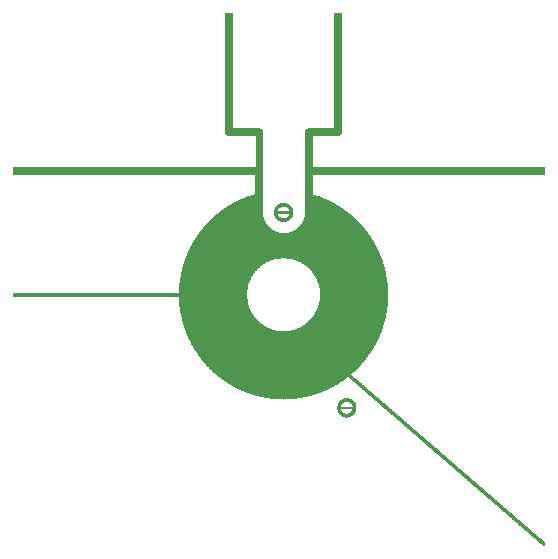
<source format=gto>
G04 MADE WITH FRITZING*
G04 WWW.FRITZING.ORG*
G04 DOUBLE SIDED*
G04 HOLES PLATED*
G04 CONTOUR ON CENTER OF CONTOUR VECTOR*
%ASAXBY*%
%FSLAX23Y23*%
%MOIN*%
%OFA0B0*%
%SFA1.0B1.0*%
%ADD10R,0.001000X0.001000*%
%LNSILK1*%
G90*
G70*
G54D10*
X707Y1773D02*
X732Y1773D01*
X1071Y1773D02*
X1096Y1773D01*
X707Y1772D02*
X732Y1772D01*
X1071Y1772D02*
X1096Y1772D01*
X707Y1771D02*
X732Y1771D01*
X1071Y1771D02*
X1096Y1771D01*
X707Y1770D02*
X732Y1770D01*
X1071Y1770D02*
X1096Y1770D01*
X707Y1769D02*
X732Y1769D01*
X1071Y1769D02*
X1096Y1769D01*
X707Y1768D02*
X732Y1768D01*
X1071Y1768D02*
X1096Y1768D01*
X707Y1767D02*
X732Y1767D01*
X1071Y1767D02*
X1096Y1767D01*
X707Y1766D02*
X732Y1766D01*
X1071Y1766D02*
X1096Y1766D01*
X707Y1765D02*
X732Y1765D01*
X1071Y1765D02*
X1096Y1765D01*
X707Y1764D02*
X732Y1764D01*
X1071Y1764D02*
X1096Y1764D01*
X707Y1763D02*
X732Y1763D01*
X1071Y1763D02*
X1096Y1763D01*
X707Y1762D02*
X732Y1762D01*
X1071Y1762D02*
X1096Y1762D01*
X707Y1761D02*
X732Y1761D01*
X1071Y1761D02*
X1096Y1761D01*
X707Y1760D02*
X732Y1760D01*
X1071Y1760D02*
X1096Y1760D01*
X707Y1759D02*
X732Y1759D01*
X1071Y1759D02*
X1096Y1759D01*
X707Y1758D02*
X732Y1758D01*
X1071Y1758D02*
X1096Y1758D01*
X707Y1757D02*
X732Y1757D01*
X1071Y1757D02*
X1096Y1757D01*
X707Y1756D02*
X732Y1756D01*
X1071Y1756D02*
X1096Y1756D01*
X707Y1755D02*
X732Y1755D01*
X1071Y1755D02*
X1096Y1755D01*
X707Y1754D02*
X732Y1754D01*
X1071Y1754D02*
X1096Y1754D01*
X707Y1753D02*
X732Y1753D01*
X1071Y1753D02*
X1096Y1753D01*
X707Y1752D02*
X732Y1752D01*
X1071Y1752D02*
X1096Y1752D01*
X707Y1751D02*
X732Y1751D01*
X1071Y1751D02*
X1096Y1751D01*
X707Y1750D02*
X732Y1750D01*
X1071Y1750D02*
X1096Y1750D01*
X707Y1749D02*
X732Y1749D01*
X1071Y1749D02*
X1096Y1749D01*
X707Y1748D02*
X732Y1748D01*
X1071Y1748D02*
X1096Y1748D01*
X707Y1747D02*
X732Y1747D01*
X1071Y1747D02*
X1096Y1747D01*
X707Y1746D02*
X732Y1746D01*
X1071Y1746D02*
X1096Y1746D01*
X707Y1745D02*
X732Y1745D01*
X1071Y1745D02*
X1096Y1745D01*
X707Y1744D02*
X732Y1744D01*
X1071Y1744D02*
X1096Y1744D01*
X707Y1743D02*
X732Y1743D01*
X1071Y1743D02*
X1096Y1743D01*
X707Y1742D02*
X732Y1742D01*
X1071Y1742D02*
X1096Y1742D01*
X707Y1741D02*
X732Y1741D01*
X1071Y1741D02*
X1096Y1741D01*
X707Y1740D02*
X732Y1740D01*
X1071Y1740D02*
X1096Y1740D01*
X707Y1739D02*
X732Y1739D01*
X1071Y1739D02*
X1096Y1739D01*
X707Y1738D02*
X732Y1738D01*
X1071Y1738D02*
X1096Y1738D01*
X707Y1737D02*
X732Y1737D01*
X1071Y1737D02*
X1096Y1737D01*
X707Y1736D02*
X732Y1736D01*
X1071Y1736D02*
X1096Y1736D01*
X707Y1735D02*
X732Y1735D01*
X1071Y1735D02*
X1096Y1735D01*
X707Y1734D02*
X732Y1734D01*
X1071Y1734D02*
X1096Y1734D01*
X707Y1733D02*
X732Y1733D01*
X1071Y1733D02*
X1096Y1733D01*
X707Y1732D02*
X732Y1732D01*
X1071Y1732D02*
X1096Y1732D01*
X707Y1731D02*
X732Y1731D01*
X1071Y1731D02*
X1096Y1731D01*
X707Y1730D02*
X732Y1730D01*
X1071Y1730D02*
X1096Y1730D01*
X707Y1729D02*
X732Y1729D01*
X1071Y1729D02*
X1096Y1729D01*
X707Y1728D02*
X732Y1728D01*
X1071Y1728D02*
X1096Y1728D01*
X707Y1727D02*
X732Y1727D01*
X1071Y1727D02*
X1096Y1727D01*
X707Y1726D02*
X732Y1726D01*
X1071Y1726D02*
X1096Y1726D01*
X707Y1725D02*
X732Y1725D01*
X1071Y1725D02*
X1096Y1725D01*
X707Y1724D02*
X732Y1724D01*
X1071Y1724D02*
X1096Y1724D01*
X707Y1723D02*
X732Y1723D01*
X1071Y1723D02*
X1096Y1723D01*
X707Y1722D02*
X732Y1722D01*
X1071Y1722D02*
X1096Y1722D01*
X707Y1721D02*
X732Y1721D01*
X1071Y1721D02*
X1096Y1721D01*
X707Y1720D02*
X732Y1720D01*
X1071Y1720D02*
X1096Y1720D01*
X707Y1719D02*
X732Y1719D01*
X1071Y1719D02*
X1096Y1719D01*
X707Y1718D02*
X732Y1718D01*
X1071Y1718D02*
X1096Y1718D01*
X707Y1717D02*
X732Y1717D01*
X1071Y1717D02*
X1096Y1717D01*
X707Y1716D02*
X732Y1716D01*
X1071Y1716D02*
X1096Y1716D01*
X707Y1715D02*
X732Y1715D01*
X1071Y1715D02*
X1096Y1715D01*
X707Y1714D02*
X732Y1714D01*
X1071Y1714D02*
X1096Y1714D01*
X707Y1713D02*
X732Y1713D01*
X1071Y1713D02*
X1096Y1713D01*
X707Y1712D02*
X732Y1712D01*
X1071Y1712D02*
X1096Y1712D01*
X707Y1711D02*
X732Y1711D01*
X1071Y1711D02*
X1096Y1711D01*
X707Y1710D02*
X732Y1710D01*
X1071Y1710D02*
X1096Y1710D01*
X707Y1709D02*
X732Y1709D01*
X1071Y1709D02*
X1096Y1709D01*
X707Y1708D02*
X732Y1708D01*
X1071Y1708D02*
X1096Y1708D01*
X707Y1707D02*
X732Y1707D01*
X1071Y1707D02*
X1096Y1707D01*
X707Y1706D02*
X732Y1706D01*
X1071Y1706D02*
X1096Y1706D01*
X707Y1705D02*
X732Y1705D01*
X1071Y1705D02*
X1096Y1705D01*
X707Y1704D02*
X732Y1704D01*
X1071Y1704D02*
X1096Y1704D01*
X707Y1703D02*
X732Y1703D01*
X1071Y1703D02*
X1096Y1703D01*
X707Y1702D02*
X732Y1702D01*
X1071Y1702D02*
X1096Y1702D01*
X707Y1701D02*
X732Y1701D01*
X1071Y1701D02*
X1096Y1701D01*
X707Y1700D02*
X732Y1700D01*
X1071Y1700D02*
X1096Y1700D01*
X707Y1699D02*
X732Y1699D01*
X1071Y1699D02*
X1096Y1699D01*
X707Y1698D02*
X732Y1698D01*
X1071Y1698D02*
X1096Y1698D01*
X707Y1697D02*
X732Y1697D01*
X1071Y1697D02*
X1096Y1697D01*
X707Y1696D02*
X732Y1696D01*
X1071Y1696D02*
X1096Y1696D01*
X707Y1695D02*
X732Y1695D01*
X1071Y1695D02*
X1096Y1695D01*
X707Y1694D02*
X732Y1694D01*
X1071Y1694D02*
X1096Y1694D01*
X707Y1693D02*
X732Y1693D01*
X1071Y1693D02*
X1096Y1693D01*
X707Y1692D02*
X732Y1692D01*
X1071Y1692D02*
X1096Y1692D01*
X707Y1691D02*
X732Y1691D01*
X1071Y1691D02*
X1096Y1691D01*
X707Y1690D02*
X732Y1690D01*
X1071Y1690D02*
X1096Y1690D01*
X707Y1689D02*
X732Y1689D01*
X1071Y1689D02*
X1096Y1689D01*
X707Y1688D02*
X732Y1688D01*
X1071Y1688D02*
X1096Y1688D01*
X707Y1687D02*
X732Y1687D01*
X1071Y1687D02*
X1096Y1687D01*
X707Y1686D02*
X732Y1686D01*
X1071Y1686D02*
X1096Y1686D01*
X707Y1685D02*
X732Y1685D01*
X1071Y1685D02*
X1096Y1685D01*
X707Y1684D02*
X732Y1684D01*
X1071Y1684D02*
X1096Y1684D01*
X707Y1683D02*
X732Y1683D01*
X1071Y1683D02*
X1096Y1683D01*
X707Y1682D02*
X732Y1682D01*
X1071Y1682D02*
X1096Y1682D01*
X707Y1681D02*
X732Y1681D01*
X1071Y1681D02*
X1096Y1681D01*
X707Y1680D02*
X732Y1680D01*
X1071Y1680D02*
X1096Y1680D01*
X707Y1679D02*
X732Y1679D01*
X1071Y1679D02*
X1096Y1679D01*
X707Y1678D02*
X732Y1678D01*
X1071Y1678D02*
X1096Y1678D01*
X707Y1677D02*
X732Y1677D01*
X1071Y1677D02*
X1096Y1677D01*
X707Y1676D02*
X732Y1676D01*
X1071Y1676D02*
X1096Y1676D01*
X707Y1675D02*
X732Y1675D01*
X1071Y1675D02*
X1096Y1675D01*
X707Y1674D02*
X732Y1674D01*
X1071Y1674D02*
X1096Y1674D01*
X707Y1673D02*
X732Y1673D01*
X1071Y1673D02*
X1096Y1673D01*
X707Y1672D02*
X732Y1672D01*
X1071Y1672D02*
X1096Y1672D01*
X707Y1671D02*
X732Y1671D01*
X1071Y1671D02*
X1096Y1671D01*
X707Y1670D02*
X732Y1670D01*
X1071Y1670D02*
X1096Y1670D01*
X707Y1669D02*
X732Y1669D01*
X1071Y1669D02*
X1096Y1669D01*
X707Y1668D02*
X732Y1668D01*
X1071Y1668D02*
X1096Y1668D01*
X707Y1667D02*
X732Y1667D01*
X1071Y1667D02*
X1096Y1667D01*
X707Y1666D02*
X732Y1666D01*
X1071Y1666D02*
X1096Y1666D01*
X707Y1665D02*
X732Y1665D01*
X1071Y1665D02*
X1096Y1665D01*
X707Y1664D02*
X732Y1664D01*
X1071Y1664D02*
X1096Y1664D01*
X707Y1663D02*
X732Y1663D01*
X1071Y1663D02*
X1096Y1663D01*
X707Y1662D02*
X732Y1662D01*
X1071Y1662D02*
X1096Y1662D01*
X707Y1661D02*
X732Y1661D01*
X1071Y1661D02*
X1096Y1661D01*
X707Y1660D02*
X732Y1660D01*
X1071Y1660D02*
X1096Y1660D01*
X707Y1659D02*
X732Y1659D01*
X1071Y1659D02*
X1096Y1659D01*
X707Y1658D02*
X732Y1658D01*
X1071Y1658D02*
X1096Y1658D01*
X707Y1657D02*
X732Y1657D01*
X1071Y1657D02*
X1096Y1657D01*
X707Y1656D02*
X732Y1656D01*
X1071Y1656D02*
X1096Y1656D01*
X707Y1655D02*
X732Y1655D01*
X1071Y1655D02*
X1096Y1655D01*
X707Y1654D02*
X732Y1654D01*
X1071Y1654D02*
X1096Y1654D01*
X707Y1653D02*
X732Y1653D01*
X1071Y1653D02*
X1096Y1653D01*
X707Y1652D02*
X732Y1652D01*
X1071Y1652D02*
X1096Y1652D01*
X707Y1651D02*
X732Y1651D01*
X1071Y1651D02*
X1096Y1651D01*
X707Y1650D02*
X732Y1650D01*
X1071Y1650D02*
X1096Y1650D01*
X707Y1649D02*
X732Y1649D01*
X1071Y1649D02*
X1096Y1649D01*
X707Y1648D02*
X732Y1648D01*
X1071Y1648D02*
X1096Y1648D01*
X707Y1647D02*
X732Y1647D01*
X1071Y1647D02*
X1096Y1647D01*
X707Y1646D02*
X732Y1646D01*
X1071Y1646D02*
X1096Y1646D01*
X707Y1645D02*
X732Y1645D01*
X1071Y1645D02*
X1096Y1645D01*
X707Y1644D02*
X732Y1644D01*
X1071Y1644D02*
X1096Y1644D01*
X707Y1643D02*
X732Y1643D01*
X1071Y1643D02*
X1096Y1643D01*
X707Y1642D02*
X732Y1642D01*
X1071Y1642D02*
X1096Y1642D01*
X707Y1641D02*
X732Y1641D01*
X1071Y1641D02*
X1096Y1641D01*
X707Y1640D02*
X732Y1640D01*
X1071Y1640D02*
X1096Y1640D01*
X707Y1639D02*
X732Y1639D01*
X1071Y1639D02*
X1096Y1639D01*
X707Y1638D02*
X732Y1638D01*
X1071Y1638D02*
X1096Y1638D01*
X707Y1637D02*
X732Y1637D01*
X1071Y1637D02*
X1096Y1637D01*
X707Y1636D02*
X732Y1636D01*
X1071Y1636D02*
X1096Y1636D01*
X707Y1635D02*
X732Y1635D01*
X1071Y1635D02*
X1096Y1635D01*
X707Y1634D02*
X732Y1634D01*
X1071Y1634D02*
X1096Y1634D01*
X707Y1633D02*
X732Y1633D01*
X1071Y1633D02*
X1096Y1633D01*
X707Y1632D02*
X732Y1632D01*
X1071Y1632D02*
X1096Y1632D01*
X707Y1631D02*
X732Y1631D01*
X1071Y1631D02*
X1096Y1631D01*
X707Y1630D02*
X732Y1630D01*
X1071Y1630D02*
X1096Y1630D01*
X707Y1629D02*
X732Y1629D01*
X1071Y1629D02*
X1096Y1629D01*
X707Y1628D02*
X732Y1628D01*
X1071Y1628D02*
X1096Y1628D01*
X707Y1627D02*
X732Y1627D01*
X1071Y1627D02*
X1096Y1627D01*
X707Y1626D02*
X732Y1626D01*
X1071Y1626D02*
X1096Y1626D01*
X707Y1625D02*
X732Y1625D01*
X1071Y1625D02*
X1096Y1625D01*
X707Y1624D02*
X732Y1624D01*
X1071Y1624D02*
X1096Y1624D01*
X707Y1623D02*
X732Y1623D01*
X1071Y1623D02*
X1096Y1623D01*
X707Y1622D02*
X732Y1622D01*
X1071Y1622D02*
X1096Y1622D01*
X707Y1621D02*
X732Y1621D01*
X1071Y1621D02*
X1096Y1621D01*
X707Y1620D02*
X732Y1620D01*
X1071Y1620D02*
X1096Y1620D01*
X707Y1619D02*
X732Y1619D01*
X1071Y1619D02*
X1096Y1619D01*
X707Y1618D02*
X732Y1618D01*
X1071Y1618D02*
X1096Y1618D01*
X707Y1617D02*
X732Y1617D01*
X1071Y1617D02*
X1096Y1617D01*
X707Y1616D02*
X732Y1616D01*
X1071Y1616D02*
X1096Y1616D01*
X707Y1615D02*
X732Y1615D01*
X1071Y1615D02*
X1096Y1615D01*
X707Y1614D02*
X732Y1614D01*
X1071Y1614D02*
X1096Y1614D01*
X707Y1613D02*
X732Y1613D01*
X1071Y1613D02*
X1096Y1613D01*
X707Y1612D02*
X732Y1612D01*
X1071Y1612D02*
X1096Y1612D01*
X707Y1611D02*
X732Y1611D01*
X1071Y1611D02*
X1096Y1611D01*
X707Y1610D02*
X732Y1610D01*
X1071Y1610D02*
X1096Y1610D01*
X707Y1609D02*
X732Y1609D01*
X1071Y1609D02*
X1096Y1609D01*
X707Y1608D02*
X732Y1608D01*
X1071Y1608D02*
X1096Y1608D01*
X707Y1607D02*
X732Y1607D01*
X1071Y1607D02*
X1096Y1607D01*
X707Y1606D02*
X732Y1606D01*
X1071Y1606D02*
X1096Y1606D01*
X707Y1605D02*
X732Y1605D01*
X1071Y1605D02*
X1096Y1605D01*
X707Y1604D02*
X732Y1604D01*
X1071Y1604D02*
X1096Y1604D01*
X707Y1603D02*
X732Y1603D01*
X1071Y1603D02*
X1096Y1603D01*
X707Y1602D02*
X732Y1602D01*
X1071Y1602D02*
X1096Y1602D01*
X707Y1601D02*
X732Y1601D01*
X1071Y1601D02*
X1096Y1601D01*
X707Y1600D02*
X732Y1600D01*
X1071Y1600D02*
X1096Y1600D01*
X707Y1599D02*
X732Y1599D01*
X1071Y1599D02*
X1096Y1599D01*
X707Y1598D02*
X732Y1598D01*
X1071Y1598D02*
X1096Y1598D01*
X707Y1597D02*
X732Y1597D01*
X1071Y1597D02*
X1096Y1597D01*
X707Y1596D02*
X732Y1596D01*
X1071Y1596D02*
X1096Y1596D01*
X707Y1595D02*
X732Y1595D01*
X1071Y1595D02*
X1096Y1595D01*
X707Y1594D02*
X732Y1594D01*
X1071Y1594D02*
X1096Y1594D01*
X707Y1593D02*
X732Y1593D01*
X1071Y1593D02*
X1096Y1593D01*
X707Y1592D02*
X732Y1592D01*
X1071Y1592D02*
X1096Y1592D01*
X707Y1591D02*
X732Y1591D01*
X1071Y1591D02*
X1096Y1591D01*
X707Y1590D02*
X732Y1590D01*
X1071Y1590D02*
X1096Y1590D01*
X707Y1589D02*
X732Y1589D01*
X1071Y1589D02*
X1096Y1589D01*
X707Y1588D02*
X732Y1588D01*
X1071Y1588D02*
X1096Y1588D01*
X707Y1587D02*
X732Y1587D01*
X1071Y1587D02*
X1096Y1587D01*
X707Y1586D02*
X732Y1586D01*
X1071Y1586D02*
X1096Y1586D01*
X707Y1585D02*
X732Y1585D01*
X1071Y1585D02*
X1096Y1585D01*
X707Y1584D02*
X732Y1584D01*
X1071Y1584D02*
X1096Y1584D01*
X707Y1583D02*
X732Y1583D01*
X1071Y1583D02*
X1096Y1583D01*
X707Y1582D02*
X732Y1582D01*
X1071Y1582D02*
X1096Y1582D01*
X707Y1581D02*
X732Y1581D01*
X1071Y1581D02*
X1096Y1581D01*
X707Y1580D02*
X732Y1580D01*
X1071Y1580D02*
X1096Y1580D01*
X707Y1579D02*
X732Y1579D01*
X1071Y1579D02*
X1096Y1579D01*
X707Y1578D02*
X732Y1578D01*
X1071Y1578D02*
X1096Y1578D01*
X707Y1577D02*
X732Y1577D01*
X1071Y1577D02*
X1096Y1577D01*
X707Y1576D02*
X732Y1576D01*
X1071Y1576D02*
X1096Y1576D01*
X707Y1575D02*
X732Y1575D01*
X1071Y1575D02*
X1096Y1575D01*
X707Y1574D02*
X732Y1574D01*
X1071Y1574D02*
X1096Y1574D01*
X707Y1573D02*
X732Y1573D01*
X1071Y1573D02*
X1096Y1573D01*
X707Y1572D02*
X732Y1572D01*
X1071Y1572D02*
X1096Y1572D01*
X707Y1571D02*
X732Y1571D01*
X1071Y1571D02*
X1096Y1571D01*
X707Y1570D02*
X732Y1570D01*
X1071Y1570D02*
X1096Y1570D01*
X707Y1569D02*
X732Y1569D01*
X1071Y1569D02*
X1096Y1569D01*
X707Y1568D02*
X732Y1568D01*
X1071Y1568D02*
X1096Y1568D01*
X707Y1567D02*
X732Y1567D01*
X1071Y1567D02*
X1096Y1567D01*
X707Y1566D02*
X732Y1566D01*
X1071Y1566D02*
X1096Y1566D01*
X707Y1565D02*
X732Y1565D01*
X1071Y1565D02*
X1096Y1565D01*
X707Y1564D02*
X732Y1564D01*
X1071Y1564D02*
X1096Y1564D01*
X707Y1563D02*
X732Y1563D01*
X1071Y1563D02*
X1096Y1563D01*
X707Y1562D02*
X732Y1562D01*
X1071Y1562D02*
X1096Y1562D01*
X707Y1561D02*
X732Y1561D01*
X1071Y1561D02*
X1096Y1561D01*
X707Y1560D02*
X732Y1560D01*
X1071Y1560D02*
X1096Y1560D01*
X707Y1559D02*
X732Y1559D01*
X1071Y1559D02*
X1096Y1559D01*
X707Y1558D02*
X732Y1558D01*
X1071Y1558D02*
X1096Y1558D01*
X707Y1557D02*
X732Y1557D01*
X1071Y1557D02*
X1096Y1557D01*
X707Y1556D02*
X732Y1556D01*
X1071Y1556D02*
X1096Y1556D01*
X707Y1555D02*
X732Y1555D01*
X1071Y1555D02*
X1096Y1555D01*
X707Y1554D02*
X732Y1554D01*
X1071Y1554D02*
X1096Y1554D01*
X707Y1553D02*
X732Y1553D01*
X1071Y1553D02*
X1096Y1553D01*
X707Y1552D02*
X732Y1552D01*
X1071Y1552D02*
X1096Y1552D01*
X707Y1551D02*
X732Y1551D01*
X1071Y1551D02*
X1096Y1551D01*
X707Y1550D02*
X732Y1550D01*
X1071Y1550D02*
X1096Y1550D01*
X707Y1549D02*
X732Y1549D01*
X1071Y1549D02*
X1096Y1549D01*
X707Y1548D02*
X732Y1548D01*
X1071Y1548D02*
X1096Y1548D01*
X707Y1547D02*
X732Y1547D01*
X1071Y1547D02*
X1096Y1547D01*
X707Y1546D02*
X732Y1546D01*
X1071Y1546D02*
X1096Y1546D01*
X707Y1545D02*
X732Y1545D01*
X1071Y1545D02*
X1096Y1545D01*
X707Y1544D02*
X732Y1544D01*
X1071Y1544D02*
X1096Y1544D01*
X707Y1543D02*
X732Y1543D01*
X1071Y1543D02*
X1096Y1543D01*
X707Y1542D02*
X732Y1542D01*
X1071Y1542D02*
X1096Y1542D01*
X707Y1541D02*
X732Y1541D01*
X1071Y1541D02*
X1096Y1541D01*
X707Y1540D02*
X732Y1540D01*
X1071Y1540D02*
X1096Y1540D01*
X707Y1539D02*
X732Y1539D01*
X1071Y1539D02*
X1096Y1539D01*
X707Y1538D02*
X732Y1538D01*
X1071Y1538D02*
X1096Y1538D01*
X707Y1537D02*
X732Y1537D01*
X1071Y1537D02*
X1096Y1537D01*
X707Y1536D02*
X732Y1536D01*
X1071Y1536D02*
X1096Y1536D01*
X707Y1535D02*
X732Y1535D01*
X1071Y1535D02*
X1096Y1535D01*
X707Y1534D02*
X732Y1534D01*
X1071Y1534D02*
X1096Y1534D01*
X707Y1533D02*
X732Y1533D01*
X1071Y1533D02*
X1096Y1533D01*
X707Y1532D02*
X732Y1532D01*
X1071Y1532D02*
X1096Y1532D01*
X707Y1531D02*
X732Y1531D01*
X1071Y1531D02*
X1096Y1531D01*
X707Y1530D02*
X732Y1530D01*
X1071Y1530D02*
X1096Y1530D01*
X707Y1529D02*
X732Y1529D01*
X1071Y1529D02*
X1096Y1529D01*
X707Y1528D02*
X732Y1528D01*
X1071Y1528D02*
X1096Y1528D01*
X707Y1527D02*
X732Y1527D01*
X1071Y1527D02*
X1096Y1527D01*
X707Y1526D02*
X732Y1526D01*
X1071Y1526D02*
X1096Y1526D01*
X707Y1525D02*
X732Y1525D01*
X1071Y1525D02*
X1096Y1525D01*
X707Y1524D02*
X732Y1524D01*
X1071Y1524D02*
X1096Y1524D01*
X707Y1523D02*
X732Y1523D01*
X1071Y1523D02*
X1096Y1523D01*
X707Y1522D02*
X732Y1522D01*
X1071Y1522D02*
X1096Y1522D01*
X707Y1521D02*
X732Y1521D01*
X1071Y1521D02*
X1096Y1521D01*
X707Y1520D02*
X732Y1520D01*
X1071Y1520D02*
X1096Y1520D01*
X707Y1519D02*
X732Y1519D01*
X1071Y1519D02*
X1096Y1519D01*
X707Y1518D02*
X732Y1518D01*
X1071Y1518D02*
X1096Y1518D01*
X707Y1517D02*
X732Y1517D01*
X1071Y1517D02*
X1096Y1517D01*
X707Y1516D02*
X732Y1516D01*
X1071Y1516D02*
X1096Y1516D01*
X707Y1515D02*
X732Y1515D01*
X1071Y1515D02*
X1096Y1515D01*
X707Y1514D02*
X732Y1514D01*
X1071Y1514D02*
X1096Y1514D01*
X707Y1513D02*
X732Y1513D01*
X1071Y1513D02*
X1096Y1513D01*
X707Y1512D02*
X732Y1512D01*
X1071Y1512D02*
X1096Y1512D01*
X707Y1511D02*
X732Y1511D01*
X1071Y1511D02*
X1096Y1511D01*
X707Y1510D02*
X732Y1510D01*
X1071Y1510D02*
X1096Y1510D01*
X707Y1509D02*
X732Y1509D01*
X1071Y1509D02*
X1096Y1509D01*
X707Y1508D02*
X732Y1508D01*
X1071Y1508D02*
X1096Y1508D01*
X707Y1507D02*
X732Y1507D01*
X1071Y1507D02*
X1096Y1507D01*
X707Y1506D02*
X732Y1506D01*
X1071Y1506D02*
X1096Y1506D01*
X707Y1505D02*
X732Y1505D01*
X1071Y1505D02*
X1096Y1505D01*
X707Y1504D02*
X732Y1504D01*
X1071Y1504D02*
X1096Y1504D01*
X707Y1503D02*
X732Y1503D01*
X1071Y1503D02*
X1096Y1503D01*
X707Y1502D02*
X732Y1502D01*
X1071Y1502D02*
X1096Y1502D01*
X707Y1501D02*
X732Y1501D01*
X1071Y1501D02*
X1096Y1501D01*
X707Y1500D02*
X732Y1500D01*
X1071Y1500D02*
X1096Y1500D01*
X707Y1499D02*
X732Y1499D01*
X1071Y1499D02*
X1096Y1499D01*
X707Y1498D02*
X732Y1498D01*
X1071Y1498D02*
X1096Y1498D01*
X707Y1497D02*
X732Y1497D01*
X1071Y1497D02*
X1096Y1497D01*
X707Y1496D02*
X732Y1496D01*
X1071Y1496D02*
X1096Y1496D01*
X707Y1495D02*
X732Y1495D01*
X1071Y1495D02*
X1096Y1495D01*
X707Y1494D02*
X732Y1494D01*
X1071Y1494D02*
X1096Y1494D01*
X707Y1493D02*
X732Y1493D01*
X1071Y1493D02*
X1096Y1493D01*
X707Y1492D02*
X732Y1492D01*
X1071Y1492D02*
X1096Y1492D01*
X707Y1491D02*
X732Y1491D01*
X1071Y1491D02*
X1096Y1491D01*
X707Y1490D02*
X732Y1490D01*
X1071Y1490D02*
X1096Y1490D01*
X707Y1489D02*
X732Y1489D01*
X1071Y1489D02*
X1096Y1489D01*
X707Y1488D02*
X732Y1488D01*
X1071Y1488D02*
X1096Y1488D01*
X707Y1487D02*
X732Y1487D01*
X1071Y1487D02*
X1096Y1487D01*
X707Y1486D02*
X732Y1486D01*
X1071Y1486D02*
X1096Y1486D01*
X707Y1485D02*
X732Y1485D01*
X1071Y1485D02*
X1096Y1485D01*
X707Y1484D02*
X732Y1484D01*
X1071Y1484D02*
X1096Y1484D01*
X707Y1483D02*
X732Y1483D01*
X1071Y1483D02*
X1096Y1483D01*
X707Y1482D02*
X732Y1482D01*
X1071Y1482D02*
X1096Y1482D01*
X707Y1481D02*
X732Y1481D01*
X1071Y1481D02*
X1096Y1481D01*
X707Y1480D02*
X732Y1480D01*
X1071Y1480D02*
X1096Y1480D01*
X707Y1479D02*
X732Y1479D01*
X1071Y1479D02*
X1096Y1479D01*
X707Y1478D02*
X732Y1478D01*
X1071Y1478D02*
X1096Y1478D01*
X707Y1477D02*
X732Y1477D01*
X1071Y1477D02*
X1096Y1477D01*
X707Y1476D02*
X732Y1476D01*
X1071Y1476D02*
X1096Y1476D01*
X707Y1475D02*
X732Y1475D01*
X1071Y1475D02*
X1096Y1475D01*
X707Y1474D02*
X732Y1474D01*
X1071Y1474D02*
X1096Y1474D01*
X707Y1473D02*
X732Y1473D01*
X1071Y1473D02*
X1096Y1473D01*
X707Y1472D02*
X732Y1472D01*
X1071Y1472D02*
X1096Y1472D01*
X707Y1471D02*
X732Y1471D01*
X1071Y1471D02*
X1096Y1471D01*
X707Y1470D02*
X732Y1470D01*
X1071Y1470D02*
X1096Y1470D01*
X707Y1469D02*
X732Y1469D01*
X1071Y1469D02*
X1096Y1469D01*
X707Y1468D02*
X732Y1468D01*
X1071Y1468D02*
X1096Y1468D01*
X707Y1467D02*
X732Y1467D01*
X1071Y1467D02*
X1096Y1467D01*
X707Y1466D02*
X732Y1466D01*
X1071Y1466D02*
X1096Y1466D01*
X707Y1465D02*
X732Y1465D01*
X1071Y1465D02*
X1096Y1465D01*
X707Y1464D02*
X732Y1464D01*
X1071Y1464D02*
X1096Y1464D01*
X707Y1463D02*
X732Y1463D01*
X1071Y1463D02*
X1096Y1463D01*
X707Y1462D02*
X732Y1462D01*
X1071Y1462D02*
X1096Y1462D01*
X707Y1461D02*
X732Y1461D01*
X1071Y1461D02*
X1096Y1461D01*
X707Y1460D02*
X732Y1460D01*
X1071Y1460D02*
X1096Y1460D01*
X707Y1459D02*
X732Y1459D01*
X1071Y1459D02*
X1096Y1459D01*
X707Y1458D02*
X732Y1458D01*
X1071Y1458D02*
X1096Y1458D01*
X707Y1457D02*
X732Y1457D01*
X1071Y1457D02*
X1096Y1457D01*
X707Y1456D02*
X732Y1456D01*
X1071Y1456D02*
X1096Y1456D01*
X707Y1455D02*
X732Y1455D01*
X1071Y1455D02*
X1096Y1455D01*
X707Y1454D02*
X732Y1454D01*
X1071Y1454D02*
X1096Y1454D01*
X707Y1453D02*
X732Y1453D01*
X1071Y1453D02*
X1096Y1453D01*
X707Y1452D02*
X732Y1452D01*
X1071Y1452D02*
X1096Y1452D01*
X707Y1451D02*
X732Y1451D01*
X1071Y1451D02*
X1096Y1451D01*
X707Y1450D02*
X732Y1450D01*
X1071Y1450D02*
X1096Y1450D01*
X707Y1449D02*
X732Y1449D01*
X1071Y1449D02*
X1096Y1449D01*
X707Y1448D02*
X732Y1448D01*
X1071Y1448D02*
X1096Y1448D01*
X707Y1447D02*
X732Y1447D01*
X1071Y1447D02*
X1096Y1447D01*
X707Y1446D02*
X732Y1446D01*
X1071Y1446D02*
X1096Y1446D01*
X707Y1445D02*
X732Y1445D01*
X1071Y1445D02*
X1096Y1445D01*
X707Y1444D02*
X732Y1444D01*
X1071Y1444D02*
X1096Y1444D01*
X707Y1443D02*
X732Y1443D01*
X1071Y1443D02*
X1096Y1443D01*
X707Y1442D02*
X732Y1442D01*
X1071Y1442D02*
X1096Y1442D01*
X707Y1441D02*
X732Y1441D01*
X1071Y1441D02*
X1096Y1441D01*
X707Y1440D02*
X732Y1440D01*
X1071Y1440D02*
X1096Y1440D01*
X707Y1439D02*
X732Y1439D01*
X1071Y1439D02*
X1096Y1439D01*
X707Y1438D02*
X732Y1438D01*
X1071Y1438D02*
X1096Y1438D01*
X707Y1437D02*
X732Y1437D01*
X1071Y1437D02*
X1096Y1437D01*
X707Y1436D02*
X732Y1436D01*
X1071Y1436D02*
X1096Y1436D01*
X707Y1435D02*
X732Y1435D01*
X1071Y1435D02*
X1096Y1435D01*
X707Y1434D02*
X732Y1434D01*
X1071Y1434D02*
X1096Y1434D01*
X707Y1433D02*
X732Y1433D01*
X1071Y1433D02*
X1096Y1433D01*
X707Y1432D02*
X732Y1432D01*
X1071Y1432D02*
X1096Y1432D01*
X707Y1431D02*
X732Y1431D01*
X1071Y1431D02*
X1096Y1431D01*
X707Y1430D02*
X732Y1430D01*
X1071Y1430D02*
X1096Y1430D01*
X707Y1429D02*
X732Y1429D01*
X1071Y1429D02*
X1096Y1429D01*
X707Y1428D02*
X732Y1428D01*
X1071Y1428D02*
X1096Y1428D01*
X707Y1427D02*
X732Y1427D01*
X1071Y1427D02*
X1096Y1427D01*
X707Y1426D02*
X732Y1426D01*
X1071Y1426D02*
X1096Y1426D01*
X707Y1425D02*
X732Y1425D01*
X1071Y1425D02*
X1096Y1425D01*
X707Y1424D02*
X732Y1424D01*
X1071Y1424D02*
X1096Y1424D01*
X707Y1423D02*
X732Y1423D01*
X1071Y1423D02*
X1096Y1423D01*
X707Y1422D02*
X732Y1422D01*
X1071Y1422D02*
X1096Y1422D01*
X707Y1421D02*
X732Y1421D01*
X1071Y1421D02*
X1096Y1421D01*
X707Y1420D02*
X732Y1420D01*
X1071Y1420D02*
X1096Y1420D01*
X707Y1419D02*
X732Y1419D01*
X1071Y1419D02*
X1096Y1419D01*
X707Y1418D02*
X732Y1418D01*
X1071Y1418D02*
X1096Y1418D01*
X707Y1417D02*
X732Y1417D01*
X1071Y1417D02*
X1096Y1417D01*
X707Y1416D02*
X732Y1416D01*
X1071Y1416D02*
X1096Y1416D01*
X707Y1415D02*
X732Y1415D01*
X1071Y1415D02*
X1096Y1415D01*
X707Y1414D02*
X732Y1414D01*
X1071Y1414D02*
X1096Y1414D01*
X707Y1413D02*
X732Y1413D01*
X1071Y1413D02*
X1096Y1413D01*
X707Y1412D02*
X732Y1412D01*
X1071Y1412D02*
X1096Y1412D01*
X707Y1411D02*
X732Y1411D01*
X1071Y1411D02*
X1096Y1411D01*
X707Y1410D02*
X732Y1410D01*
X1071Y1410D02*
X1096Y1410D01*
X707Y1409D02*
X732Y1409D01*
X1071Y1409D02*
X1096Y1409D01*
X707Y1408D02*
X732Y1408D01*
X1071Y1408D02*
X1096Y1408D01*
X707Y1407D02*
X732Y1407D01*
X1071Y1407D02*
X1096Y1407D01*
X707Y1406D02*
X732Y1406D01*
X1071Y1406D02*
X1096Y1406D01*
X707Y1405D02*
X732Y1405D01*
X1071Y1405D02*
X1096Y1405D01*
X707Y1404D02*
X732Y1404D01*
X1071Y1404D02*
X1096Y1404D01*
X707Y1403D02*
X732Y1403D01*
X1071Y1403D02*
X1096Y1403D01*
X707Y1402D02*
X732Y1402D01*
X1071Y1402D02*
X1096Y1402D01*
X707Y1401D02*
X732Y1401D01*
X1071Y1401D02*
X1096Y1401D01*
X707Y1400D02*
X732Y1400D01*
X1071Y1400D02*
X1096Y1400D01*
X707Y1399D02*
X732Y1399D01*
X1071Y1399D02*
X1096Y1399D01*
X707Y1398D02*
X732Y1398D01*
X1071Y1398D02*
X1096Y1398D01*
X707Y1397D02*
X732Y1397D01*
X1071Y1397D02*
X1096Y1397D01*
X707Y1396D02*
X732Y1396D01*
X1071Y1396D02*
X1096Y1396D01*
X707Y1395D02*
X732Y1395D01*
X1071Y1395D02*
X1096Y1395D01*
X707Y1394D02*
X732Y1394D01*
X1071Y1394D02*
X1096Y1394D01*
X707Y1393D02*
X732Y1393D01*
X1071Y1393D02*
X1096Y1393D01*
X707Y1392D02*
X732Y1392D01*
X1071Y1392D02*
X1096Y1392D01*
X707Y1391D02*
X732Y1391D01*
X1071Y1391D02*
X1096Y1391D01*
X707Y1390D02*
X822Y1390D01*
X984Y1390D02*
X1096Y1390D01*
X707Y1389D02*
X825Y1389D01*
X981Y1389D02*
X1096Y1389D01*
X707Y1388D02*
X827Y1388D01*
X979Y1388D02*
X1096Y1388D01*
X707Y1387D02*
X828Y1387D01*
X978Y1387D02*
X1096Y1387D01*
X707Y1386D02*
X830Y1386D01*
X977Y1386D02*
X1096Y1386D01*
X707Y1385D02*
X830Y1385D01*
X976Y1385D02*
X1096Y1385D01*
X707Y1384D02*
X831Y1384D01*
X975Y1384D02*
X1096Y1384D01*
X707Y1383D02*
X832Y1383D01*
X975Y1383D02*
X1096Y1383D01*
X707Y1382D02*
X832Y1382D01*
X974Y1382D02*
X1096Y1382D01*
X707Y1381D02*
X832Y1381D01*
X974Y1381D02*
X1096Y1381D01*
X707Y1380D02*
X833Y1380D01*
X974Y1380D02*
X1096Y1380D01*
X707Y1379D02*
X833Y1379D01*
X974Y1379D02*
X1096Y1379D01*
X707Y1378D02*
X833Y1378D01*
X973Y1378D02*
X1096Y1378D01*
X707Y1377D02*
X833Y1377D01*
X973Y1377D02*
X1096Y1377D01*
X708Y1376D02*
X833Y1376D01*
X973Y1376D02*
X1095Y1376D01*
X708Y1375D02*
X833Y1375D01*
X973Y1375D02*
X1095Y1375D01*
X708Y1374D02*
X833Y1374D01*
X973Y1374D02*
X1095Y1374D01*
X708Y1373D02*
X833Y1373D01*
X973Y1373D02*
X1095Y1373D01*
X709Y1372D02*
X833Y1372D01*
X973Y1372D02*
X1094Y1372D01*
X709Y1371D02*
X833Y1371D01*
X973Y1371D02*
X1094Y1371D01*
X710Y1370D02*
X833Y1370D01*
X973Y1370D02*
X1093Y1370D01*
X711Y1369D02*
X833Y1369D01*
X973Y1369D02*
X1092Y1369D01*
X712Y1368D02*
X833Y1368D01*
X973Y1368D02*
X1091Y1368D01*
X713Y1367D02*
X833Y1367D01*
X973Y1367D02*
X1090Y1367D01*
X715Y1366D02*
X833Y1366D01*
X973Y1366D02*
X1088Y1366D01*
X719Y1365D02*
X833Y1365D01*
X973Y1365D02*
X1084Y1365D01*
X809Y1364D02*
X833Y1364D01*
X973Y1364D02*
X998Y1364D01*
X809Y1363D02*
X833Y1363D01*
X973Y1363D02*
X998Y1363D01*
X809Y1362D02*
X833Y1362D01*
X973Y1362D02*
X998Y1362D01*
X809Y1361D02*
X833Y1361D01*
X973Y1361D02*
X998Y1361D01*
X809Y1360D02*
X833Y1360D01*
X973Y1360D02*
X998Y1360D01*
X809Y1359D02*
X833Y1359D01*
X973Y1359D02*
X998Y1359D01*
X809Y1358D02*
X833Y1358D01*
X973Y1358D02*
X998Y1358D01*
X809Y1357D02*
X833Y1357D01*
X973Y1357D02*
X998Y1357D01*
X809Y1356D02*
X833Y1356D01*
X973Y1356D02*
X998Y1356D01*
X809Y1355D02*
X833Y1355D01*
X973Y1355D02*
X998Y1355D01*
X809Y1354D02*
X833Y1354D01*
X973Y1354D02*
X998Y1354D01*
X809Y1353D02*
X833Y1353D01*
X973Y1353D02*
X998Y1353D01*
X809Y1352D02*
X833Y1352D01*
X973Y1352D02*
X998Y1352D01*
X809Y1351D02*
X833Y1351D01*
X973Y1351D02*
X998Y1351D01*
X809Y1350D02*
X833Y1350D01*
X973Y1350D02*
X998Y1350D01*
X809Y1349D02*
X833Y1349D01*
X973Y1349D02*
X998Y1349D01*
X809Y1348D02*
X833Y1348D01*
X973Y1348D02*
X998Y1348D01*
X809Y1347D02*
X833Y1347D01*
X973Y1347D02*
X998Y1347D01*
X809Y1346D02*
X833Y1346D01*
X973Y1346D02*
X998Y1346D01*
X809Y1345D02*
X833Y1345D01*
X973Y1345D02*
X998Y1345D01*
X809Y1344D02*
X833Y1344D01*
X973Y1344D02*
X998Y1344D01*
X809Y1343D02*
X833Y1343D01*
X973Y1343D02*
X998Y1343D01*
X809Y1342D02*
X833Y1342D01*
X973Y1342D02*
X998Y1342D01*
X809Y1341D02*
X833Y1341D01*
X973Y1341D02*
X998Y1341D01*
X809Y1340D02*
X833Y1340D01*
X973Y1340D02*
X998Y1340D01*
X809Y1339D02*
X833Y1339D01*
X973Y1339D02*
X998Y1339D01*
X809Y1338D02*
X833Y1338D01*
X973Y1338D02*
X998Y1338D01*
X809Y1337D02*
X833Y1337D01*
X973Y1337D02*
X998Y1337D01*
X809Y1336D02*
X833Y1336D01*
X973Y1336D02*
X998Y1336D01*
X809Y1335D02*
X833Y1335D01*
X973Y1335D02*
X998Y1335D01*
X809Y1334D02*
X833Y1334D01*
X973Y1334D02*
X998Y1334D01*
X809Y1333D02*
X833Y1333D01*
X973Y1333D02*
X998Y1333D01*
X809Y1332D02*
X833Y1332D01*
X973Y1332D02*
X998Y1332D01*
X809Y1331D02*
X833Y1331D01*
X973Y1331D02*
X998Y1331D01*
X809Y1330D02*
X833Y1330D01*
X973Y1330D02*
X998Y1330D01*
X809Y1329D02*
X833Y1329D01*
X973Y1329D02*
X998Y1329D01*
X809Y1328D02*
X833Y1328D01*
X973Y1328D02*
X998Y1328D01*
X809Y1327D02*
X833Y1327D01*
X973Y1327D02*
X998Y1327D01*
X809Y1326D02*
X833Y1326D01*
X973Y1326D02*
X998Y1326D01*
X809Y1325D02*
X833Y1325D01*
X973Y1325D02*
X998Y1325D01*
X809Y1324D02*
X833Y1324D01*
X973Y1324D02*
X998Y1324D01*
X809Y1323D02*
X833Y1323D01*
X973Y1323D02*
X998Y1323D01*
X809Y1322D02*
X833Y1322D01*
X973Y1322D02*
X998Y1322D01*
X809Y1321D02*
X833Y1321D01*
X973Y1321D02*
X998Y1321D01*
X809Y1320D02*
X833Y1320D01*
X973Y1320D02*
X998Y1320D01*
X809Y1319D02*
X833Y1319D01*
X973Y1319D02*
X998Y1319D01*
X809Y1318D02*
X833Y1318D01*
X973Y1318D02*
X998Y1318D01*
X809Y1317D02*
X833Y1317D01*
X973Y1317D02*
X998Y1317D01*
X809Y1316D02*
X833Y1316D01*
X973Y1316D02*
X998Y1316D01*
X809Y1315D02*
X833Y1315D01*
X973Y1315D02*
X998Y1315D01*
X809Y1314D02*
X833Y1314D01*
X973Y1314D02*
X998Y1314D01*
X809Y1313D02*
X833Y1313D01*
X973Y1313D02*
X998Y1313D01*
X809Y1312D02*
X833Y1312D01*
X973Y1312D02*
X998Y1312D01*
X809Y1311D02*
X833Y1311D01*
X973Y1311D02*
X998Y1311D01*
X809Y1310D02*
X833Y1310D01*
X973Y1310D02*
X998Y1310D01*
X809Y1309D02*
X833Y1309D01*
X973Y1309D02*
X998Y1309D01*
X809Y1308D02*
X833Y1308D01*
X973Y1308D02*
X998Y1308D01*
X809Y1307D02*
X833Y1307D01*
X973Y1307D02*
X998Y1307D01*
X809Y1306D02*
X833Y1306D01*
X973Y1306D02*
X998Y1306D01*
X809Y1305D02*
X833Y1305D01*
X973Y1305D02*
X998Y1305D01*
X809Y1304D02*
X833Y1304D01*
X973Y1304D02*
X998Y1304D01*
X809Y1303D02*
X833Y1303D01*
X973Y1303D02*
X998Y1303D01*
X809Y1302D02*
X833Y1302D01*
X973Y1302D02*
X998Y1302D01*
X809Y1301D02*
X833Y1301D01*
X973Y1301D02*
X998Y1301D01*
X809Y1300D02*
X833Y1300D01*
X973Y1300D02*
X998Y1300D01*
X809Y1299D02*
X833Y1299D01*
X973Y1299D02*
X998Y1299D01*
X809Y1298D02*
X833Y1298D01*
X973Y1298D02*
X998Y1298D01*
X809Y1297D02*
X833Y1297D01*
X973Y1297D02*
X998Y1297D01*
X809Y1296D02*
X833Y1296D01*
X973Y1296D02*
X998Y1296D01*
X809Y1295D02*
X833Y1295D01*
X973Y1295D02*
X998Y1295D01*
X809Y1294D02*
X833Y1294D01*
X973Y1294D02*
X998Y1294D01*
X809Y1293D02*
X833Y1293D01*
X973Y1293D02*
X998Y1293D01*
X809Y1292D02*
X833Y1292D01*
X973Y1292D02*
X998Y1292D01*
X809Y1291D02*
X833Y1291D01*
X973Y1291D02*
X998Y1291D01*
X809Y1290D02*
X833Y1290D01*
X973Y1290D02*
X998Y1290D01*
X809Y1289D02*
X833Y1289D01*
X973Y1289D02*
X998Y1289D01*
X809Y1288D02*
X833Y1288D01*
X973Y1288D02*
X998Y1288D01*
X809Y1287D02*
X833Y1287D01*
X973Y1287D02*
X998Y1287D01*
X809Y1286D02*
X833Y1286D01*
X973Y1286D02*
X998Y1286D01*
X809Y1285D02*
X833Y1285D01*
X973Y1285D02*
X998Y1285D01*
X809Y1284D02*
X833Y1284D01*
X973Y1284D02*
X998Y1284D01*
X809Y1283D02*
X833Y1283D01*
X973Y1283D02*
X998Y1283D01*
X809Y1282D02*
X833Y1282D01*
X973Y1282D02*
X998Y1282D01*
X809Y1281D02*
X833Y1281D01*
X973Y1281D02*
X998Y1281D01*
X809Y1280D02*
X833Y1280D01*
X973Y1280D02*
X998Y1280D01*
X809Y1279D02*
X833Y1279D01*
X973Y1279D02*
X998Y1279D01*
X809Y1278D02*
X833Y1278D01*
X973Y1278D02*
X998Y1278D01*
X809Y1277D02*
X833Y1277D01*
X973Y1277D02*
X998Y1277D01*
X809Y1276D02*
X833Y1276D01*
X973Y1276D02*
X998Y1276D01*
X809Y1275D02*
X833Y1275D01*
X973Y1275D02*
X998Y1275D01*
X809Y1274D02*
X833Y1274D01*
X973Y1274D02*
X998Y1274D01*
X809Y1273D02*
X833Y1273D01*
X973Y1273D02*
X998Y1273D01*
X809Y1272D02*
X833Y1272D01*
X973Y1272D02*
X998Y1272D01*
X809Y1271D02*
X833Y1271D01*
X973Y1271D02*
X998Y1271D01*
X809Y1270D02*
X833Y1270D01*
X973Y1270D02*
X998Y1270D01*
X809Y1269D02*
X833Y1269D01*
X973Y1269D02*
X998Y1269D01*
X809Y1268D02*
X833Y1268D01*
X973Y1268D02*
X998Y1268D01*
X809Y1267D02*
X833Y1267D01*
X973Y1267D02*
X998Y1267D01*
X809Y1266D02*
X833Y1266D01*
X973Y1266D02*
X998Y1266D01*
X809Y1265D02*
X833Y1265D01*
X973Y1265D02*
X998Y1265D01*
X809Y1264D02*
X833Y1264D01*
X973Y1264D02*
X998Y1264D01*
X809Y1263D02*
X833Y1263D01*
X973Y1263D02*
X998Y1263D01*
X809Y1262D02*
X833Y1262D01*
X973Y1262D02*
X998Y1262D01*
X1Y1261D02*
X833Y1261D01*
X973Y1261D02*
X1772Y1261D01*
X1Y1260D02*
X833Y1260D01*
X973Y1260D02*
X1772Y1260D01*
X1Y1259D02*
X833Y1259D01*
X973Y1259D02*
X1772Y1259D01*
X1Y1258D02*
X833Y1258D01*
X973Y1258D02*
X1772Y1258D01*
X1Y1257D02*
X833Y1257D01*
X973Y1257D02*
X1772Y1257D01*
X1Y1256D02*
X833Y1256D01*
X973Y1256D02*
X1772Y1256D01*
X1Y1255D02*
X833Y1255D01*
X973Y1255D02*
X1772Y1255D01*
X1Y1254D02*
X833Y1254D01*
X973Y1254D02*
X1772Y1254D01*
X1Y1253D02*
X833Y1253D01*
X973Y1253D02*
X1772Y1253D01*
X1Y1252D02*
X833Y1252D01*
X973Y1252D02*
X1772Y1252D01*
X1Y1251D02*
X833Y1251D01*
X973Y1251D02*
X1772Y1251D01*
X1Y1250D02*
X833Y1250D01*
X973Y1250D02*
X1772Y1250D01*
X1Y1249D02*
X833Y1249D01*
X973Y1249D02*
X1772Y1249D01*
X1Y1248D02*
X833Y1248D01*
X973Y1248D02*
X1772Y1248D01*
X1Y1247D02*
X833Y1247D01*
X973Y1247D02*
X1772Y1247D01*
X1Y1246D02*
X833Y1246D01*
X973Y1246D02*
X1772Y1246D01*
X1Y1245D02*
X833Y1245D01*
X973Y1245D02*
X1772Y1245D01*
X1Y1244D02*
X833Y1244D01*
X973Y1244D02*
X1772Y1244D01*
X1Y1243D02*
X833Y1243D01*
X973Y1243D02*
X1772Y1243D01*
X1Y1242D02*
X833Y1242D01*
X973Y1242D02*
X1772Y1242D01*
X1Y1241D02*
X833Y1241D01*
X973Y1241D02*
X1772Y1241D01*
X1Y1240D02*
X833Y1240D01*
X973Y1240D02*
X1772Y1240D01*
X1Y1239D02*
X833Y1239D01*
X973Y1239D02*
X1772Y1239D01*
X1Y1238D02*
X833Y1238D01*
X973Y1238D02*
X1772Y1238D01*
X1Y1237D02*
X833Y1237D01*
X973Y1237D02*
X1772Y1237D01*
X808Y1236D02*
X833Y1236D01*
X973Y1236D02*
X998Y1236D01*
X808Y1235D02*
X833Y1235D01*
X973Y1235D02*
X998Y1235D01*
X808Y1234D02*
X833Y1234D01*
X973Y1234D02*
X998Y1234D01*
X808Y1233D02*
X833Y1233D01*
X973Y1233D02*
X998Y1233D01*
X808Y1232D02*
X833Y1232D01*
X973Y1232D02*
X998Y1232D01*
X808Y1231D02*
X833Y1231D01*
X973Y1231D02*
X998Y1231D01*
X808Y1230D02*
X833Y1230D01*
X973Y1230D02*
X998Y1230D01*
X808Y1229D02*
X833Y1229D01*
X973Y1229D02*
X998Y1229D01*
X808Y1228D02*
X833Y1228D01*
X973Y1228D02*
X998Y1228D01*
X808Y1227D02*
X833Y1227D01*
X973Y1227D02*
X998Y1227D01*
X808Y1226D02*
X833Y1226D01*
X973Y1226D02*
X998Y1226D01*
X808Y1225D02*
X833Y1225D01*
X973Y1225D02*
X998Y1225D01*
X808Y1224D02*
X833Y1224D01*
X973Y1224D02*
X998Y1224D01*
X808Y1223D02*
X833Y1223D01*
X973Y1223D02*
X998Y1223D01*
X808Y1222D02*
X833Y1222D01*
X973Y1222D02*
X998Y1222D01*
X808Y1221D02*
X833Y1221D01*
X973Y1221D02*
X998Y1221D01*
X808Y1220D02*
X833Y1220D01*
X973Y1220D02*
X998Y1220D01*
X808Y1219D02*
X833Y1219D01*
X973Y1219D02*
X998Y1219D01*
X808Y1218D02*
X833Y1218D01*
X973Y1218D02*
X998Y1218D01*
X808Y1217D02*
X833Y1217D01*
X973Y1217D02*
X998Y1217D01*
X808Y1216D02*
X833Y1216D01*
X973Y1216D02*
X998Y1216D01*
X808Y1215D02*
X833Y1215D01*
X973Y1215D02*
X998Y1215D01*
X808Y1214D02*
X833Y1214D01*
X973Y1214D02*
X998Y1214D01*
X808Y1213D02*
X833Y1213D01*
X973Y1213D02*
X998Y1213D01*
X808Y1212D02*
X833Y1212D01*
X973Y1212D02*
X998Y1212D01*
X808Y1211D02*
X833Y1211D01*
X973Y1211D02*
X998Y1211D01*
X808Y1210D02*
X833Y1210D01*
X973Y1210D02*
X998Y1210D01*
X808Y1209D02*
X833Y1209D01*
X973Y1209D02*
X998Y1209D01*
X808Y1208D02*
X833Y1208D01*
X973Y1208D02*
X998Y1208D01*
X808Y1207D02*
X833Y1207D01*
X973Y1207D02*
X998Y1207D01*
X808Y1206D02*
X833Y1206D01*
X973Y1206D02*
X998Y1206D01*
X808Y1205D02*
X833Y1205D01*
X973Y1205D02*
X998Y1205D01*
X808Y1204D02*
X833Y1204D01*
X973Y1204D02*
X998Y1204D01*
X808Y1203D02*
X833Y1203D01*
X973Y1203D02*
X998Y1203D01*
X808Y1202D02*
X833Y1202D01*
X973Y1202D02*
X998Y1202D01*
X808Y1201D02*
X833Y1201D01*
X973Y1201D02*
X998Y1201D01*
X808Y1200D02*
X833Y1200D01*
X973Y1200D02*
X998Y1200D01*
X808Y1199D02*
X833Y1199D01*
X973Y1199D02*
X998Y1199D01*
X808Y1198D02*
X833Y1198D01*
X973Y1198D02*
X998Y1198D01*
X808Y1197D02*
X833Y1197D01*
X973Y1197D02*
X998Y1197D01*
X808Y1196D02*
X833Y1196D01*
X973Y1196D02*
X998Y1196D01*
X808Y1195D02*
X833Y1195D01*
X973Y1195D02*
X998Y1195D01*
X808Y1194D02*
X833Y1194D01*
X973Y1194D02*
X998Y1194D01*
X808Y1193D02*
X833Y1193D01*
X973Y1193D02*
X998Y1193D01*
X808Y1192D02*
X833Y1192D01*
X973Y1192D02*
X998Y1192D01*
X808Y1191D02*
X833Y1191D01*
X973Y1191D02*
X998Y1191D01*
X808Y1190D02*
X833Y1190D01*
X973Y1190D02*
X998Y1190D01*
X808Y1189D02*
X833Y1189D01*
X973Y1189D02*
X998Y1189D01*
X808Y1188D02*
X833Y1188D01*
X973Y1188D02*
X998Y1188D01*
X808Y1187D02*
X833Y1187D01*
X973Y1187D02*
X998Y1187D01*
X808Y1186D02*
X833Y1186D01*
X973Y1186D02*
X998Y1186D01*
X808Y1185D02*
X833Y1185D01*
X973Y1185D02*
X998Y1185D01*
X808Y1184D02*
X833Y1184D01*
X973Y1184D02*
X998Y1184D01*
X808Y1183D02*
X833Y1183D01*
X973Y1183D02*
X998Y1183D01*
X808Y1182D02*
X833Y1182D01*
X973Y1182D02*
X998Y1182D01*
X808Y1181D02*
X833Y1181D01*
X973Y1181D02*
X998Y1181D01*
X808Y1180D02*
X833Y1180D01*
X973Y1180D02*
X998Y1180D01*
X808Y1179D02*
X833Y1179D01*
X973Y1179D02*
X998Y1179D01*
X808Y1178D02*
X833Y1178D01*
X973Y1178D02*
X998Y1178D01*
X808Y1177D02*
X833Y1177D01*
X973Y1177D02*
X998Y1177D01*
X808Y1176D02*
X833Y1176D01*
X973Y1176D02*
X998Y1176D01*
X808Y1175D02*
X833Y1175D01*
X973Y1175D02*
X998Y1175D01*
X808Y1174D02*
X833Y1174D01*
X973Y1174D02*
X998Y1174D01*
X808Y1173D02*
X833Y1173D01*
X973Y1173D02*
X998Y1173D01*
X808Y1172D02*
X833Y1172D01*
X973Y1172D02*
X998Y1172D01*
X806Y1171D02*
X833Y1171D01*
X973Y1171D02*
X998Y1171D01*
X803Y1170D02*
X833Y1170D01*
X973Y1170D02*
X1000Y1170D01*
X799Y1169D02*
X833Y1169D01*
X973Y1169D02*
X1004Y1169D01*
X796Y1168D02*
X833Y1168D01*
X973Y1168D02*
X1007Y1168D01*
X793Y1167D02*
X833Y1167D01*
X973Y1167D02*
X1010Y1167D01*
X790Y1166D02*
X833Y1166D01*
X973Y1166D02*
X1013Y1166D01*
X787Y1165D02*
X833Y1165D01*
X973Y1165D02*
X1016Y1165D01*
X784Y1164D02*
X833Y1164D01*
X973Y1164D02*
X1019Y1164D01*
X781Y1163D02*
X833Y1163D01*
X973Y1163D02*
X1022Y1163D01*
X779Y1162D02*
X833Y1162D01*
X973Y1162D02*
X1024Y1162D01*
X776Y1161D02*
X833Y1161D01*
X973Y1161D02*
X1027Y1161D01*
X774Y1160D02*
X833Y1160D01*
X973Y1160D02*
X1029Y1160D01*
X771Y1159D02*
X833Y1159D01*
X973Y1159D02*
X1032Y1159D01*
X768Y1158D02*
X833Y1158D01*
X973Y1158D02*
X1034Y1158D01*
X766Y1157D02*
X833Y1157D01*
X973Y1157D02*
X1037Y1157D01*
X764Y1156D02*
X833Y1156D01*
X973Y1156D02*
X1039Y1156D01*
X762Y1155D02*
X833Y1155D01*
X973Y1155D02*
X1041Y1155D01*
X759Y1154D02*
X833Y1154D01*
X973Y1154D02*
X1044Y1154D01*
X757Y1153D02*
X833Y1153D01*
X973Y1153D02*
X1046Y1153D01*
X755Y1152D02*
X833Y1152D01*
X973Y1152D02*
X1048Y1152D01*
X753Y1151D02*
X833Y1151D01*
X973Y1151D02*
X1050Y1151D01*
X751Y1150D02*
X833Y1150D01*
X973Y1150D02*
X1052Y1150D01*
X749Y1149D02*
X833Y1149D01*
X973Y1149D02*
X1054Y1149D01*
X747Y1148D02*
X833Y1148D01*
X973Y1148D02*
X1056Y1148D01*
X744Y1147D02*
X833Y1147D01*
X973Y1147D02*
X1058Y1147D01*
X742Y1146D02*
X833Y1146D01*
X973Y1146D02*
X1060Y1146D01*
X741Y1145D02*
X833Y1145D01*
X973Y1145D02*
X1062Y1145D01*
X739Y1144D02*
X833Y1144D01*
X973Y1144D02*
X1064Y1144D01*
X737Y1143D02*
X833Y1143D01*
X973Y1143D02*
X1066Y1143D01*
X735Y1142D02*
X833Y1142D01*
X898Y1142D02*
X905Y1142D01*
X973Y1142D02*
X1068Y1142D01*
X733Y1141D02*
X833Y1141D01*
X893Y1141D02*
X910Y1141D01*
X973Y1141D02*
X1070Y1141D01*
X731Y1140D02*
X833Y1140D01*
X890Y1140D02*
X913Y1140D01*
X973Y1140D02*
X1072Y1140D01*
X729Y1139D02*
X833Y1139D01*
X888Y1139D02*
X915Y1139D01*
X973Y1139D02*
X1073Y1139D01*
X728Y1138D02*
X833Y1138D01*
X886Y1138D02*
X917Y1138D01*
X973Y1138D02*
X1075Y1138D01*
X726Y1137D02*
X833Y1137D01*
X884Y1137D02*
X919Y1137D01*
X973Y1137D02*
X1077Y1137D01*
X724Y1136D02*
X833Y1136D01*
X883Y1136D02*
X920Y1136D01*
X973Y1136D02*
X1079Y1136D01*
X723Y1135D02*
X833Y1135D01*
X882Y1135D02*
X921Y1135D01*
X973Y1135D02*
X1080Y1135D01*
X721Y1134D02*
X833Y1134D01*
X881Y1134D02*
X922Y1134D01*
X973Y1134D02*
X1082Y1134D01*
X719Y1133D02*
X833Y1133D01*
X879Y1133D02*
X924Y1133D01*
X973Y1133D02*
X1083Y1133D01*
X718Y1132D02*
X833Y1132D01*
X878Y1132D02*
X925Y1132D01*
X973Y1132D02*
X1085Y1132D01*
X716Y1131D02*
X833Y1131D01*
X878Y1131D02*
X925Y1131D01*
X973Y1131D02*
X1087Y1131D01*
X715Y1130D02*
X833Y1130D01*
X877Y1130D02*
X926Y1130D01*
X973Y1130D02*
X1088Y1130D01*
X713Y1129D02*
X833Y1129D01*
X876Y1129D02*
X897Y1129D01*
X906Y1129D02*
X927Y1129D01*
X973Y1129D02*
X1090Y1129D01*
X711Y1128D02*
X833Y1128D01*
X875Y1128D02*
X893Y1128D01*
X910Y1128D02*
X928Y1128D01*
X973Y1128D02*
X1091Y1128D01*
X710Y1127D02*
X833Y1127D01*
X875Y1127D02*
X891Y1127D01*
X912Y1127D02*
X928Y1127D01*
X973Y1127D02*
X1093Y1127D01*
X708Y1126D02*
X833Y1126D01*
X874Y1126D02*
X890Y1126D01*
X913Y1126D02*
X929Y1126D01*
X973Y1126D02*
X1094Y1126D01*
X707Y1125D02*
X833Y1125D01*
X873Y1125D02*
X888Y1125D01*
X915Y1125D02*
X930Y1125D01*
X973Y1125D02*
X1096Y1125D01*
X705Y1124D02*
X833Y1124D01*
X873Y1124D02*
X887Y1124D01*
X916Y1124D02*
X930Y1124D01*
X973Y1124D02*
X1097Y1124D01*
X704Y1123D02*
X833Y1123D01*
X872Y1123D02*
X886Y1123D01*
X917Y1123D02*
X931Y1123D01*
X973Y1123D02*
X1099Y1123D01*
X703Y1122D02*
X833Y1122D01*
X872Y1122D02*
X886Y1122D01*
X917Y1122D02*
X931Y1122D01*
X973Y1122D02*
X1100Y1122D01*
X701Y1121D02*
X833Y1121D01*
X872Y1121D02*
X885Y1121D01*
X918Y1121D02*
X931Y1121D01*
X973Y1121D02*
X1102Y1121D01*
X700Y1120D02*
X833Y1120D01*
X871Y1120D02*
X884Y1120D01*
X919Y1120D02*
X932Y1120D01*
X973Y1120D02*
X1103Y1120D01*
X698Y1119D02*
X833Y1119D01*
X871Y1119D02*
X884Y1119D01*
X919Y1119D02*
X932Y1119D01*
X973Y1119D02*
X1105Y1119D01*
X697Y1118D02*
X833Y1118D01*
X871Y1118D02*
X883Y1118D01*
X920Y1118D02*
X932Y1118D01*
X973Y1118D02*
X1106Y1118D01*
X695Y1117D02*
X833Y1117D01*
X870Y1117D02*
X883Y1117D01*
X920Y1117D02*
X933Y1117D01*
X973Y1117D02*
X1107Y1117D01*
X694Y1116D02*
X833Y1116D01*
X870Y1116D02*
X882Y1116D01*
X921Y1116D02*
X933Y1116D01*
X973Y1116D02*
X1109Y1116D01*
X693Y1115D02*
X833Y1115D01*
X870Y1115D02*
X882Y1115D01*
X921Y1115D02*
X933Y1115D01*
X973Y1115D02*
X1110Y1115D01*
X691Y1114D02*
X833Y1114D01*
X870Y1114D02*
X882Y1114D01*
X921Y1114D02*
X933Y1114D01*
X973Y1114D02*
X1111Y1114D01*
X690Y1113D02*
X833Y1113D01*
X870Y1113D02*
X933Y1113D01*
X973Y1113D02*
X1113Y1113D01*
X689Y1112D02*
X833Y1112D01*
X870Y1112D02*
X933Y1112D01*
X973Y1112D02*
X1114Y1112D01*
X688Y1111D02*
X833Y1111D01*
X870Y1111D02*
X933Y1111D01*
X973Y1111D02*
X1115Y1111D01*
X686Y1110D02*
X833Y1110D01*
X870Y1110D02*
X933Y1110D01*
X973Y1110D02*
X1117Y1110D01*
X685Y1109D02*
X833Y1109D01*
X870Y1109D02*
X933Y1109D01*
X973Y1109D02*
X1118Y1109D01*
X684Y1108D02*
X833Y1108D01*
X870Y1108D02*
X933Y1108D01*
X973Y1108D02*
X1119Y1108D01*
X682Y1107D02*
X833Y1107D01*
X870Y1107D02*
X933Y1107D01*
X973Y1107D02*
X1120Y1107D01*
X681Y1106D02*
X833Y1106D01*
X870Y1106D02*
X882Y1106D01*
X921Y1106D02*
X933Y1106D01*
X973Y1106D02*
X1122Y1106D01*
X680Y1105D02*
X833Y1105D01*
X870Y1105D02*
X882Y1105D01*
X921Y1105D02*
X933Y1105D01*
X973Y1105D02*
X1123Y1105D01*
X679Y1104D02*
X833Y1104D01*
X870Y1104D02*
X882Y1104D01*
X921Y1104D02*
X933Y1104D01*
X973Y1104D02*
X1124Y1104D01*
X678Y1103D02*
X833Y1103D01*
X870Y1103D02*
X883Y1103D01*
X920Y1103D02*
X933Y1103D01*
X973Y1103D02*
X1125Y1103D01*
X676Y1102D02*
X833Y1102D01*
X871Y1102D02*
X883Y1102D01*
X920Y1102D02*
X932Y1102D01*
X973Y1102D02*
X1126Y1102D01*
X675Y1101D02*
X834Y1101D01*
X871Y1101D02*
X884Y1101D01*
X919Y1101D02*
X932Y1101D01*
X973Y1101D02*
X1128Y1101D01*
X674Y1100D02*
X834Y1100D01*
X871Y1100D02*
X884Y1100D01*
X919Y1100D02*
X932Y1100D01*
X972Y1100D02*
X1129Y1100D01*
X673Y1099D02*
X834Y1099D01*
X872Y1099D02*
X885Y1099D01*
X918Y1099D02*
X931Y1099D01*
X972Y1099D02*
X1130Y1099D01*
X672Y1098D02*
X834Y1098D01*
X872Y1098D02*
X885Y1098D01*
X918Y1098D02*
X931Y1098D01*
X972Y1098D02*
X1131Y1098D01*
X671Y1097D02*
X834Y1097D01*
X872Y1097D02*
X886Y1097D01*
X917Y1097D02*
X931Y1097D01*
X972Y1097D02*
X1132Y1097D01*
X670Y1096D02*
X834Y1096D01*
X873Y1096D02*
X887Y1096D01*
X916Y1096D02*
X930Y1096D01*
X972Y1096D02*
X1133Y1096D01*
X668Y1095D02*
X835Y1095D01*
X873Y1095D02*
X888Y1095D01*
X915Y1095D02*
X930Y1095D01*
X971Y1095D02*
X1134Y1095D01*
X667Y1094D02*
X835Y1094D01*
X874Y1094D02*
X890Y1094D01*
X913Y1094D02*
X929Y1094D01*
X971Y1094D02*
X1136Y1094D01*
X666Y1093D02*
X835Y1093D01*
X874Y1093D02*
X891Y1093D01*
X912Y1093D02*
X929Y1093D01*
X971Y1093D02*
X1137Y1093D01*
X665Y1092D02*
X835Y1092D01*
X875Y1092D02*
X893Y1092D01*
X910Y1092D02*
X928Y1092D01*
X971Y1092D02*
X1138Y1092D01*
X664Y1091D02*
X836Y1091D01*
X876Y1091D02*
X896Y1091D01*
X907Y1091D02*
X927Y1091D01*
X970Y1091D02*
X1139Y1091D01*
X663Y1090D02*
X836Y1090D01*
X877Y1090D02*
X926Y1090D01*
X970Y1090D02*
X1140Y1090D01*
X662Y1089D02*
X836Y1089D01*
X877Y1089D02*
X926Y1089D01*
X970Y1089D02*
X1141Y1089D01*
X661Y1088D02*
X837Y1088D01*
X878Y1088D02*
X925Y1088D01*
X969Y1088D02*
X1142Y1088D01*
X660Y1087D02*
X837Y1087D01*
X879Y1087D02*
X924Y1087D01*
X969Y1087D02*
X1143Y1087D01*
X659Y1086D02*
X837Y1086D01*
X880Y1086D02*
X923Y1086D01*
X969Y1086D02*
X1144Y1086D01*
X658Y1085D02*
X838Y1085D01*
X881Y1085D02*
X922Y1085D01*
X968Y1085D02*
X1145Y1085D01*
X657Y1084D02*
X838Y1084D01*
X883Y1084D02*
X920Y1084D01*
X968Y1084D02*
X1146Y1084D01*
X656Y1083D02*
X839Y1083D01*
X884Y1083D02*
X919Y1083D01*
X967Y1083D02*
X1147Y1083D01*
X655Y1082D02*
X839Y1082D01*
X886Y1082D02*
X917Y1082D01*
X967Y1082D02*
X1148Y1082D01*
X654Y1081D02*
X840Y1081D01*
X888Y1081D02*
X915Y1081D01*
X967Y1081D02*
X1149Y1081D01*
X653Y1080D02*
X840Y1080D01*
X890Y1080D02*
X913Y1080D01*
X966Y1080D02*
X1150Y1080D01*
X652Y1079D02*
X841Y1079D01*
X892Y1079D02*
X911Y1079D01*
X966Y1079D02*
X1151Y1079D01*
X651Y1078D02*
X841Y1078D01*
X897Y1078D02*
X906Y1078D01*
X965Y1078D02*
X1152Y1078D01*
X650Y1077D02*
X842Y1077D01*
X964Y1077D02*
X1153Y1077D01*
X649Y1076D02*
X842Y1076D01*
X964Y1076D02*
X1154Y1076D01*
X648Y1075D02*
X843Y1075D01*
X963Y1075D02*
X1155Y1075D01*
X647Y1074D02*
X844Y1074D01*
X963Y1074D02*
X1156Y1074D01*
X646Y1073D02*
X844Y1073D01*
X962Y1073D02*
X1157Y1073D01*
X645Y1072D02*
X845Y1072D01*
X961Y1072D02*
X1158Y1072D01*
X644Y1071D02*
X845Y1071D01*
X961Y1071D02*
X1159Y1071D01*
X643Y1070D02*
X846Y1070D01*
X960Y1070D02*
X1159Y1070D01*
X642Y1069D02*
X847Y1069D01*
X959Y1069D02*
X1160Y1069D01*
X642Y1068D02*
X848Y1068D01*
X958Y1068D02*
X1161Y1068D01*
X641Y1067D02*
X848Y1067D01*
X958Y1067D02*
X1162Y1067D01*
X640Y1066D02*
X849Y1066D01*
X957Y1066D02*
X1163Y1066D01*
X639Y1065D02*
X850Y1065D01*
X956Y1065D02*
X1164Y1065D01*
X638Y1064D02*
X851Y1064D01*
X955Y1064D02*
X1165Y1064D01*
X637Y1063D02*
X852Y1063D01*
X954Y1063D02*
X1166Y1063D01*
X636Y1062D02*
X853Y1062D01*
X953Y1062D02*
X1167Y1062D01*
X635Y1061D02*
X854Y1061D01*
X952Y1061D02*
X1167Y1061D01*
X635Y1060D02*
X855Y1060D01*
X951Y1060D02*
X1168Y1060D01*
X634Y1059D02*
X856Y1059D01*
X950Y1059D02*
X1169Y1059D01*
X633Y1058D02*
X857Y1058D01*
X949Y1058D02*
X1170Y1058D01*
X632Y1057D02*
X858Y1057D01*
X948Y1057D02*
X1171Y1057D01*
X631Y1056D02*
X860Y1056D01*
X946Y1056D02*
X1172Y1056D01*
X631Y1055D02*
X861Y1055D01*
X945Y1055D02*
X1172Y1055D01*
X630Y1054D02*
X862Y1054D01*
X944Y1054D02*
X1173Y1054D01*
X629Y1053D02*
X864Y1053D01*
X942Y1053D02*
X1174Y1053D01*
X628Y1052D02*
X865Y1052D01*
X941Y1052D02*
X1175Y1052D01*
X627Y1051D02*
X867Y1051D01*
X939Y1051D02*
X1176Y1051D01*
X627Y1050D02*
X869Y1050D01*
X937Y1050D02*
X1176Y1050D01*
X626Y1049D02*
X871Y1049D01*
X936Y1049D02*
X1177Y1049D01*
X625Y1048D02*
X873Y1048D01*
X933Y1048D02*
X1178Y1048D01*
X624Y1047D02*
X875Y1047D01*
X931Y1047D02*
X1179Y1047D01*
X624Y1046D02*
X877Y1046D01*
X929Y1046D02*
X1179Y1046D01*
X623Y1045D02*
X880Y1045D01*
X926Y1045D02*
X1180Y1045D01*
X622Y1044D02*
X883Y1044D01*
X923Y1044D02*
X1181Y1044D01*
X621Y1043D02*
X887Y1043D01*
X919Y1043D02*
X1182Y1043D01*
X621Y1042D02*
X893Y1042D01*
X914Y1042D02*
X1182Y1042D01*
X620Y1041D02*
X1183Y1041D01*
X619Y1040D02*
X1184Y1040D01*
X618Y1039D02*
X1185Y1039D01*
X618Y1038D02*
X1185Y1038D01*
X617Y1037D02*
X1186Y1037D01*
X616Y1036D02*
X1187Y1036D01*
X616Y1035D02*
X1187Y1035D01*
X615Y1034D02*
X1188Y1034D01*
X614Y1033D02*
X1189Y1033D01*
X614Y1032D02*
X1189Y1032D01*
X613Y1031D02*
X1190Y1031D01*
X612Y1030D02*
X1191Y1030D01*
X611Y1029D02*
X1191Y1029D01*
X611Y1028D02*
X1192Y1028D01*
X610Y1027D02*
X1193Y1027D01*
X609Y1026D02*
X1193Y1026D01*
X609Y1025D02*
X1194Y1025D01*
X608Y1024D02*
X1195Y1024D01*
X608Y1023D02*
X1195Y1023D01*
X607Y1022D02*
X1196Y1022D01*
X606Y1021D02*
X1197Y1021D01*
X606Y1020D02*
X1197Y1020D01*
X605Y1019D02*
X1198Y1019D01*
X604Y1018D02*
X1198Y1018D01*
X604Y1017D02*
X1199Y1017D01*
X603Y1016D02*
X1200Y1016D01*
X603Y1015D02*
X1200Y1015D01*
X602Y1014D02*
X1201Y1014D01*
X601Y1013D02*
X1202Y1013D01*
X601Y1012D02*
X1202Y1012D01*
X600Y1011D02*
X1203Y1011D01*
X600Y1010D02*
X1203Y1010D01*
X599Y1009D02*
X1204Y1009D01*
X599Y1008D02*
X1204Y1008D01*
X598Y1007D02*
X1205Y1007D01*
X597Y1006D02*
X1206Y1006D01*
X597Y1005D02*
X1206Y1005D01*
X596Y1004D02*
X1207Y1004D01*
X596Y1003D02*
X1207Y1003D01*
X595Y1002D02*
X1208Y1002D01*
X595Y1001D02*
X1208Y1001D01*
X594Y1000D02*
X1209Y1000D01*
X594Y999D02*
X1209Y999D01*
X593Y998D02*
X1210Y998D01*
X593Y997D02*
X1210Y997D01*
X592Y996D02*
X1211Y996D01*
X592Y995D02*
X1211Y995D01*
X591Y994D02*
X1212Y994D01*
X591Y993D02*
X1212Y993D01*
X590Y992D02*
X1213Y992D01*
X590Y991D02*
X1213Y991D01*
X589Y990D02*
X1214Y990D01*
X589Y989D02*
X1214Y989D01*
X588Y988D02*
X1215Y988D01*
X588Y987D02*
X1215Y987D01*
X587Y986D02*
X1216Y986D01*
X587Y985D02*
X1216Y985D01*
X586Y984D02*
X1217Y984D01*
X586Y983D02*
X1217Y983D01*
X585Y982D02*
X1218Y982D01*
X585Y981D02*
X1218Y981D01*
X584Y980D02*
X1219Y980D01*
X584Y979D02*
X1219Y979D01*
X583Y978D02*
X1220Y978D01*
X583Y977D02*
X1220Y977D01*
X583Y976D02*
X1220Y976D01*
X582Y975D02*
X1221Y975D01*
X582Y974D02*
X1221Y974D01*
X581Y973D02*
X1222Y973D01*
X581Y972D02*
X1222Y972D01*
X580Y971D02*
X1223Y971D01*
X580Y970D02*
X1223Y970D01*
X580Y969D02*
X1223Y969D01*
X579Y968D02*
X1224Y968D01*
X579Y967D02*
X1224Y967D01*
X578Y966D02*
X1225Y966D01*
X578Y965D02*
X1225Y965D01*
X578Y964D02*
X1225Y964D01*
X577Y963D02*
X1226Y963D01*
X577Y962D02*
X1226Y962D01*
X576Y961D02*
X1227Y961D01*
X576Y960D02*
X1227Y960D01*
X576Y959D02*
X1227Y959D01*
X575Y958D02*
X1228Y958D01*
X575Y957D02*
X893Y957D01*
X910Y957D02*
X1228Y957D01*
X575Y956D02*
X883Y956D01*
X920Y956D02*
X1229Y956D01*
X574Y955D02*
X877Y955D01*
X926Y955D02*
X1229Y955D01*
X574Y954D02*
X873Y954D01*
X930Y954D02*
X1229Y954D01*
X573Y953D02*
X869Y953D01*
X934Y953D02*
X1230Y953D01*
X573Y952D02*
X865Y952D01*
X938Y952D02*
X1230Y952D01*
X573Y951D02*
X862Y951D01*
X941Y951D02*
X1230Y951D01*
X572Y950D02*
X859Y950D01*
X944Y950D02*
X1231Y950D01*
X572Y949D02*
X857Y949D01*
X946Y949D02*
X1231Y949D01*
X572Y948D02*
X854Y948D01*
X949Y948D02*
X1231Y948D01*
X571Y947D02*
X852Y947D01*
X951Y947D02*
X1232Y947D01*
X571Y946D02*
X850Y946D01*
X953Y946D02*
X1232Y946D01*
X571Y945D02*
X848Y945D01*
X955Y945D02*
X1232Y945D01*
X570Y944D02*
X846Y944D01*
X957Y944D02*
X1233Y944D01*
X570Y943D02*
X844Y943D01*
X959Y943D02*
X1233Y943D01*
X570Y942D02*
X842Y942D01*
X961Y942D02*
X1233Y942D01*
X569Y941D02*
X840Y941D01*
X963Y941D02*
X1234Y941D01*
X569Y940D02*
X839Y940D01*
X964Y940D02*
X1234Y940D01*
X569Y939D02*
X837Y939D01*
X966Y939D02*
X1234Y939D01*
X569Y938D02*
X835Y938D01*
X968Y938D02*
X1235Y938D01*
X568Y937D02*
X834Y937D01*
X969Y937D02*
X1235Y937D01*
X568Y936D02*
X832Y936D01*
X971Y936D02*
X1235Y936D01*
X568Y935D02*
X831Y935D01*
X972Y935D02*
X1236Y935D01*
X567Y934D02*
X830Y934D01*
X973Y934D02*
X1236Y934D01*
X567Y933D02*
X828Y933D01*
X975Y933D02*
X1236Y933D01*
X567Y932D02*
X827Y932D01*
X976Y932D02*
X1236Y932D01*
X566Y931D02*
X826Y931D01*
X977Y931D02*
X1237Y931D01*
X566Y930D02*
X824Y930D01*
X979Y930D02*
X1237Y930D01*
X566Y929D02*
X823Y929D01*
X980Y929D02*
X1237Y929D01*
X566Y928D02*
X822Y928D01*
X981Y928D02*
X1237Y928D01*
X565Y927D02*
X821Y927D01*
X982Y927D02*
X1238Y927D01*
X565Y926D02*
X820Y926D01*
X983Y926D02*
X1238Y926D01*
X565Y925D02*
X819Y925D01*
X984Y925D02*
X1238Y925D01*
X565Y924D02*
X818Y924D01*
X985Y924D02*
X1239Y924D01*
X564Y923D02*
X817Y923D01*
X987Y923D02*
X1239Y923D01*
X564Y922D02*
X815Y922D01*
X988Y922D02*
X1239Y922D01*
X564Y921D02*
X814Y921D01*
X989Y921D02*
X1239Y921D01*
X564Y920D02*
X814Y920D01*
X989Y920D02*
X1240Y920D01*
X563Y919D02*
X813Y919D01*
X990Y919D02*
X1240Y919D01*
X563Y918D02*
X812Y918D01*
X991Y918D02*
X1240Y918D01*
X563Y917D02*
X811Y917D01*
X992Y917D02*
X1240Y917D01*
X563Y916D02*
X810Y916D01*
X993Y916D02*
X1241Y916D01*
X562Y915D02*
X809Y915D01*
X994Y915D02*
X1241Y915D01*
X562Y914D02*
X808Y914D01*
X995Y914D02*
X1241Y914D01*
X562Y913D02*
X807Y913D01*
X996Y913D02*
X1241Y913D01*
X562Y912D02*
X806Y912D01*
X997Y912D02*
X1241Y912D01*
X561Y911D02*
X806Y911D01*
X997Y911D02*
X1242Y911D01*
X561Y910D02*
X805Y910D01*
X998Y910D02*
X1242Y910D01*
X561Y909D02*
X804Y909D01*
X999Y909D02*
X1242Y909D01*
X561Y908D02*
X803Y908D01*
X1000Y908D02*
X1242Y908D01*
X561Y907D02*
X803Y907D01*
X1000Y907D02*
X1243Y907D01*
X560Y906D02*
X802Y906D01*
X1001Y906D02*
X1243Y906D01*
X560Y905D02*
X801Y905D01*
X1002Y905D02*
X1243Y905D01*
X560Y904D02*
X800Y904D01*
X1003Y904D02*
X1243Y904D01*
X560Y903D02*
X800Y903D01*
X1003Y903D02*
X1243Y903D01*
X560Y902D02*
X799Y902D01*
X1004Y902D02*
X1244Y902D01*
X559Y901D02*
X799Y901D01*
X1004Y901D02*
X1244Y901D01*
X559Y900D02*
X798Y900D01*
X1005Y900D02*
X1244Y900D01*
X559Y899D02*
X797Y899D01*
X1006Y899D02*
X1244Y899D01*
X559Y898D02*
X797Y898D01*
X1006Y898D02*
X1244Y898D01*
X559Y897D02*
X796Y897D01*
X1007Y897D02*
X1244Y897D01*
X559Y896D02*
X796Y896D01*
X1007Y896D02*
X1245Y896D01*
X558Y895D02*
X795Y895D01*
X1008Y895D02*
X1245Y895D01*
X558Y894D02*
X794Y894D01*
X1009Y894D02*
X1245Y894D01*
X558Y893D02*
X794Y893D01*
X1009Y893D02*
X1245Y893D01*
X558Y892D02*
X793Y892D01*
X1010Y892D02*
X1245Y892D01*
X558Y891D02*
X793Y891D01*
X1010Y891D02*
X1245Y891D01*
X558Y890D02*
X792Y890D01*
X1011Y890D02*
X1246Y890D01*
X557Y889D02*
X792Y889D01*
X1011Y889D02*
X1246Y889D01*
X557Y888D02*
X791Y888D01*
X1012Y888D02*
X1246Y888D01*
X557Y887D02*
X791Y887D01*
X1012Y887D02*
X1246Y887D01*
X557Y886D02*
X790Y886D01*
X1013Y886D02*
X1246Y886D01*
X557Y885D02*
X790Y885D01*
X1013Y885D02*
X1246Y885D01*
X557Y884D02*
X789Y884D01*
X1014Y884D02*
X1246Y884D01*
X557Y883D02*
X789Y883D01*
X1014Y883D02*
X1247Y883D01*
X556Y882D02*
X789Y882D01*
X1014Y882D02*
X1247Y882D01*
X556Y881D02*
X788Y881D01*
X1015Y881D02*
X1247Y881D01*
X556Y880D02*
X788Y880D01*
X1015Y880D02*
X1247Y880D01*
X556Y879D02*
X787Y879D01*
X1016Y879D02*
X1247Y879D01*
X556Y878D02*
X787Y878D01*
X1016Y878D02*
X1247Y878D01*
X556Y877D02*
X787Y877D01*
X1016Y877D02*
X1247Y877D01*
X556Y876D02*
X786Y876D01*
X1017Y876D02*
X1248Y876D01*
X556Y875D02*
X786Y875D01*
X1017Y875D02*
X1248Y875D01*
X555Y874D02*
X786Y874D01*
X1017Y874D02*
X1248Y874D01*
X555Y873D02*
X785Y873D01*
X1018Y873D02*
X1248Y873D01*
X555Y872D02*
X785Y872D01*
X1018Y872D02*
X1248Y872D01*
X555Y871D02*
X785Y871D01*
X1018Y871D02*
X1248Y871D01*
X555Y870D02*
X784Y870D01*
X1019Y870D02*
X1248Y870D01*
X555Y869D02*
X784Y869D01*
X1019Y869D02*
X1248Y869D01*
X555Y868D02*
X784Y868D01*
X1019Y868D02*
X1248Y868D01*
X555Y867D02*
X784Y867D01*
X1019Y867D02*
X1248Y867D01*
X555Y866D02*
X783Y866D01*
X1020Y866D02*
X1249Y866D01*
X555Y865D02*
X783Y865D01*
X1020Y865D02*
X1249Y865D01*
X555Y864D02*
X783Y864D01*
X1020Y864D02*
X1249Y864D01*
X554Y863D02*
X783Y863D01*
X1020Y863D02*
X1249Y863D01*
X554Y862D02*
X782Y862D01*
X1021Y862D02*
X1249Y862D01*
X554Y861D02*
X782Y861D01*
X1021Y861D02*
X1249Y861D01*
X554Y860D02*
X782Y860D01*
X1021Y860D02*
X1249Y860D01*
X554Y859D02*
X782Y859D01*
X1021Y859D02*
X1249Y859D01*
X554Y858D02*
X782Y858D01*
X1021Y858D02*
X1249Y858D01*
X554Y857D02*
X781Y857D01*
X1022Y857D02*
X1249Y857D01*
X554Y856D02*
X781Y856D01*
X1022Y856D02*
X1249Y856D01*
X554Y855D02*
X781Y855D01*
X1022Y855D02*
X1249Y855D01*
X554Y854D02*
X781Y854D01*
X1022Y854D02*
X1249Y854D01*
X554Y853D02*
X781Y853D01*
X1022Y853D02*
X1249Y853D01*
X554Y852D02*
X781Y852D01*
X1022Y852D02*
X1249Y852D01*
X554Y851D02*
X780Y851D01*
X1023Y851D02*
X1250Y851D01*
X554Y850D02*
X780Y850D01*
X1023Y850D02*
X1250Y850D01*
X554Y849D02*
X780Y849D01*
X1023Y849D02*
X1250Y849D01*
X554Y848D02*
X780Y848D01*
X1023Y848D02*
X1250Y848D01*
X554Y847D02*
X780Y847D01*
X1023Y847D02*
X1250Y847D01*
X554Y846D02*
X780Y846D01*
X1023Y846D02*
X1250Y846D01*
X553Y845D02*
X780Y845D01*
X1023Y845D02*
X1250Y845D01*
X553Y844D02*
X780Y844D01*
X1023Y844D02*
X1250Y844D01*
X553Y843D02*
X780Y843D01*
X1023Y843D02*
X1250Y843D01*
X2Y842D02*
X780Y842D01*
X1023Y842D02*
X1250Y842D01*
X1Y841D02*
X780Y841D01*
X1023Y841D02*
X1250Y841D01*
X1Y840D02*
X780Y840D01*
X1023Y840D02*
X1250Y840D01*
X1Y839D02*
X780Y839D01*
X1023Y839D02*
X1250Y839D01*
X1Y838D02*
X780Y838D01*
X1023Y838D02*
X1250Y838D01*
X1Y837D02*
X780Y837D01*
X1023Y837D02*
X1250Y837D01*
X1Y836D02*
X780Y836D01*
X1024Y836D02*
X1250Y836D01*
X1Y835D02*
X780Y835D01*
X1023Y835D02*
X1250Y835D01*
X1Y834D02*
X780Y834D01*
X1023Y834D02*
X1250Y834D01*
X1Y833D02*
X780Y833D01*
X1023Y833D02*
X1250Y833D01*
X1Y832D02*
X780Y832D01*
X1023Y832D02*
X1250Y832D01*
X1Y831D02*
X780Y831D01*
X1023Y831D02*
X1250Y831D01*
X1Y830D02*
X780Y830D01*
X1023Y830D02*
X1250Y830D01*
X553Y829D02*
X780Y829D01*
X1023Y829D02*
X1250Y829D01*
X553Y828D02*
X780Y828D01*
X1023Y828D02*
X1250Y828D01*
X553Y827D02*
X780Y827D01*
X1023Y827D02*
X1250Y827D01*
X553Y826D02*
X780Y826D01*
X1023Y826D02*
X1250Y826D01*
X553Y825D02*
X780Y825D01*
X1023Y825D02*
X1250Y825D01*
X553Y824D02*
X780Y824D01*
X1023Y824D02*
X1250Y824D01*
X553Y823D02*
X780Y823D01*
X1023Y823D02*
X1250Y823D01*
X554Y822D02*
X780Y822D01*
X1023Y822D02*
X1250Y822D01*
X554Y821D02*
X780Y821D01*
X1023Y821D02*
X1250Y821D01*
X554Y820D02*
X781Y820D01*
X1022Y820D02*
X1249Y820D01*
X554Y819D02*
X781Y819D01*
X1022Y819D02*
X1249Y819D01*
X554Y818D02*
X781Y818D01*
X1022Y818D02*
X1249Y818D01*
X554Y817D02*
X781Y817D01*
X1022Y817D02*
X1249Y817D01*
X554Y816D02*
X781Y816D01*
X1022Y816D02*
X1249Y816D01*
X554Y815D02*
X781Y815D01*
X1022Y815D02*
X1249Y815D01*
X554Y814D02*
X782Y814D01*
X1021Y814D02*
X1249Y814D01*
X554Y813D02*
X782Y813D01*
X1021Y813D02*
X1249Y813D01*
X554Y812D02*
X782Y812D01*
X1021Y812D02*
X1249Y812D01*
X554Y811D02*
X782Y811D01*
X1021Y811D02*
X1249Y811D01*
X554Y810D02*
X782Y810D01*
X1021Y810D02*
X1249Y810D01*
X554Y809D02*
X783Y809D01*
X1020Y809D02*
X1249Y809D01*
X554Y808D02*
X783Y808D01*
X1020Y808D02*
X1249Y808D01*
X554Y807D02*
X783Y807D01*
X1020Y807D02*
X1249Y807D01*
X555Y806D02*
X783Y806D01*
X1020Y806D02*
X1249Y806D01*
X555Y805D02*
X783Y805D01*
X1020Y805D02*
X1249Y805D01*
X555Y804D02*
X784Y804D01*
X1019Y804D02*
X1248Y804D01*
X555Y803D02*
X784Y803D01*
X1019Y803D02*
X1248Y803D01*
X555Y802D02*
X784Y802D01*
X1019Y802D02*
X1248Y802D01*
X555Y801D02*
X785Y801D01*
X1018Y801D02*
X1248Y801D01*
X555Y800D02*
X785Y800D01*
X1018Y800D02*
X1248Y800D01*
X555Y799D02*
X785Y799D01*
X1018Y799D02*
X1248Y799D01*
X555Y798D02*
X786Y798D01*
X1017Y798D02*
X1248Y798D01*
X555Y797D02*
X786Y797D01*
X1017Y797D02*
X1248Y797D01*
X556Y796D02*
X786Y796D01*
X1017Y796D02*
X1248Y796D01*
X556Y795D02*
X787Y795D01*
X1016Y795D02*
X1247Y795D01*
X556Y794D02*
X787Y794D01*
X1016Y794D02*
X1247Y794D01*
X556Y793D02*
X787Y793D01*
X1016Y793D02*
X1247Y793D01*
X556Y792D02*
X788Y792D01*
X1015Y792D02*
X1247Y792D01*
X556Y791D02*
X788Y791D01*
X1015Y791D02*
X1247Y791D01*
X556Y790D02*
X789Y790D01*
X1014Y790D02*
X1247Y790D01*
X556Y789D02*
X789Y789D01*
X1014Y789D02*
X1247Y789D01*
X557Y788D02*
X789Y788D01*
X1014Y788D02*
X1247Y788D01*
X557Y787D02*
X790Y787D01*
X1013Y787D02*
X1246Y787D01*
X557Y786D02*
X790Y786D01*
X1013Y786D02*
X1246Y786D01*
X557Y785D02*
X791Y785D01*
X1012Y785D02*
X1246Y785D01*
X557Y784D02*
X791Y784D01*
X1012Y784D02*
X1246Y784D01*
X557Y783D02*
X792Y783D01*
X1011Y783D02*
X1246Y783D01*
X557Y782D02*
X792Y782D01*
X1011Y782D02*
X1246Y782D01*
X558Y781D02*
X793Y781D01*
X1010Y781D02*
X1246Y781D01*
X558Y780D02*
X793Y780D01*
X1010Y780D02*
X1245Y780D01*
X558Y779D02*
X794Y779D01*
X1009Y779D02*
X1245Y779D01*
X558Y778D02*
X794Y778D01*
X1009Y778D02*
X1245Y778D01*
X558Y777D02*
X795Y777D01*
X1008Y777D02*
X1245Y777D01*
X558Y776D02*
X795Y776D01*
X1008Y776D02*
X1245Y776D01*
X559Y775D02*
X796Y775D01*
X1007Y775D02*
X1245Y775D01*
X559Y774D02*
X796Y774D01*
X1007Y774D02*
X1244Y774D01*
X559Y773D02*
X797Y773D01*
X1006Y773D02*
X1244Y773D01*
X559Y772D02*
X798Y772D01*
X1005Y772D02*
X1244Y772D01*
X559Y771D02*
X798Y771D01*
X1005Y771D02*
X1244Y771D01*
X560Y770D02*
X799Y770D01*
X1004Y770D02*
X1244Y770D01*
X560Y769D02*
X800Y769D01*
X1003Y769D02*
X1243Y769D01*
X560Y768D02*
X800Y768D01*
X1003Y768D02*
X1243Y768D01*
X560Y767D02*
X801Y767D01*
X1002Y767D02*
X1243Y767D01*
X560Y766D02*
X802Y766D01*
X1001Y766D02*
X1243Y766D01*
X561Y765D02*
X802Y765D01*
X1001Y765D02*
X1243Y765D01*
X561Y764D02*
X803Y764D01*
X1000Y764D02*
X1242Y764D01*
X561Y763D02*
X804Y763D01*
X999Y763D02*
X1242Y763D01*
X561Y762D02*
X805Y762D01*
X998Y762D02*
X1242Y762D01*
X561Y761D02*
X805Y761D01*
X998Y761D02*
X1242Y761D01*
X562Y760D02*
X806Y760D01*
X997Y760D02*
X1242Y760D01*
X562Y759D02*
X807Y759D01*
X996Y759D02*
X1241Y759D01*
X562Y758D02*
X808Y758D01*
X995Y758D02*
X1241Y758D01*
X562Y757D02*
X809Y757D01*
X994Y757D02*
X1241Y757D01*
X563Y756D02*
X810Y756D01*
X993Y756D02*
X1241Y756D01*
X563Y755D02*
X810Y755D01*
X993Y755D02*
X1240Y755D01*
X563Y754D02*
X811Y754D01*
X992Y754D02*
X1240Y754D01*
X563Y753D02*
X812Y753D01*
X991Y753D02*
X1240Y753D01*
X564Y752D02*
X813Y752D01*
X990Y752D02*
X1240Y752D01*
X564Y751D02*
X814Y751D01*
X989Y751D02*
X1239Y751D01*
X564Y750D02*
X815Y750D01*
X988Y750D02*
X1239Y750D01*
X564Y749D02*
X816Y749D01*
X987Y749D02*
X1239Y749D01*
X565Y748D02*
X817Y748D01*
X986Y748D02*
X1239Y748D01*
X565Y747D02*
X818Y747D01*
X985Y747D02*
X1238Y747D01*
X565Y746D02*
X819Y746D01*
X984Y746D02*
X1238Y746D01*
X565Y745D02*
X820Y745D01*
X983Y745D02*
X1238Y745D01*
X566Y744D02*
X822Y744D01*
X981Y744D02*
X1238Y744D01*
X566Y743D02*
X823Y743D01*
X980Y743D02*
X1237Y743D01*
X566Y742D02*
X824Y742D01*
X979Y742D02*
X1237Y742D01*
X566Y741D02*
X825Y741D01*
X978Y741D02*
X1237Y741D01*
X567Y740D02*
X826Y740D01*
X977Y740D02*
X1236Y740D01*
X567Y739D02*
X828Y739D01*
X975Y739D02*
X1236Y739D01*
X567Y738D02*
X829Y738D01*
X974Y738D02*
X1236Y738D01*
X568Y737D02*
X831Y737D01*
X973Y737D02*
X1236Y737D01*
X568Y736D02*
X832Y736D01*
X971Y736D02*
X1235Y736D01*
X568Y735D02*
X833Y735D01*
X970Y735D02*
X1235Y735D01*
X568Y734D02*
X835Y734D01*
X968Y734D02*
X1235Y734D01*
X569Y733D02*
X836Y733D01*
X967Y733D02*
X1234Y733D01*
X569Y732D02*
X838Y732D01*
X965Y732D02*
X1234Y732D01*
X569Y731D02*
X840Y731D01*
X963Y731D02*
X1234Y731D01*
X570Y730D02*
X841Y730D01*
X962Y730D02*
X1233Y730D01*
X570Y729D02*
X843Y729D01*
X960Y729D02*
X1233Y729D01*
X570Y728D02*
X845Y728D01*
X958Y728D02*
X1233Y728D01*
X571Y727D02*
X847Y727D01*
X956Y727D02*
X1232Y727D01*
X571Y726D02*
X849Y726D01*
X954Y726D02*
X1232Y726D01*
X571Y725D02*
X851Y725D01*
X952Y725D02*
X1232Y725D01*
X572Y724D02*
X854Y724D01*
X949Y724D02*
X1231Y724D01*
X572Y723D02*
X856Y723D01*
X947Y723D02*
X1231Y723D01*
X572Y722D02*
X859Y722D01*
X944Y722D02*
X1231Y722D01*
X573Y721D02*
X861Y721D01*
X942Y721D02*
X1230Y721D01*
X573Y720D02*
X864Y720D01*
X939Y720D02*
X1230Y720D01*
X573Y719D02*
X868Y719D01*
X935Y719D02*
X1230Y719D01*
X574Y718D02*
X871Y718D01*
X932Y718D02*
X1229Y718D01*
X574Y717D02*
X876Y717D01*
X927Y717D02*
X1229Y717D01*
X575Y716D02*
X881Y716D01*
X922Y716D02*
X1229Y716D01*
X575Y715D02*
X888Y715D01*
X915Y715D02*
X1228Y715D01*
X575Y714D02*
X1228Y714D01*
X576Y713D02*
X1228Y713D01*
X576Y712D02*
X1227Y712D01*
X576Y711D02*
X1227Y711D01*
X577Y710D02*
X1226Y710D01*
X577Y709D02*
X1226Y709D01*
X578Y708D02*
X1226Y708D01*
X578Y707D02*
X1225Y707D01*
X578Y706D02*
X1225Y706D01*
X579Y705D02*
X1224Y705D01*
X579Y704D02*
X1224Y704D01*
X580Y703D02*
X1224Y703D01*
X580Y702D02*
X1223Y702D01*
X580Y701D02*
X1223Y701D01*
X581Y700D02*
X1222Y700D01*
X581Y699D02*
X1222Y699D01*
X582Y698D02*
X1221Y698D01*
X582Y697D02*
X1221Y697D01*
X582Y696D02*
X1221Y696D01*
X583Y695D02*
X1220Y695D01*
X583Y694D02*
X1220Y694D01*
X584Y693D02*
X1219Y693D01*
X584Y692D02*
X1219Y692D01*
X585Y691D02*
X1218Y691D01*
X585Y690D02*
X1218Y690D01*
X586Y689D02*
X1217Y689D01*
X586Y688D02*
X1217Y688D01*
X587Y687D02*
X1216Y687D01*
X587Y686D02*
X1216Y686D01*
X588Y685D02*
X1215Y685D01*
X588Y684D02*
X1215Y684D01*
X589Y683D02*
X1215Y683D01*
X589Y682D02*
X1214Y682D01*
X590Y681D02*
X1214Y681D01*
X590Y680D02*
X1213Y680D01*
X591Y679D02*
X1213Y679D01*
X591Y678D02*
X1212Y678D01*
X592Y677D02*
X1212Y677D01*
X592Y676D02*
X1211Y676D01*
X593Y675D02*
X1210Y675D01*
X593Y674D02*
X1210Y674D01*
X594Y673D02*
X1209Y673D01*
X594Y672D02*
X1209Y672D01*
X595Y671D02*
X1208Y671D01*
X595Y670D02*
X1208Y670D01*
X596Y669D02*
X1207Y669D01*
X596Y668D02*
X1207Y668D01*
X597Y667D02*
X1206Y667D01*
X597Y666D02*
X1206Y666D01*
X598Y665D02*
X1205Y665D01*
X599Y664D02*
X1204Y664D01*
X599Y663D02*
X1204Y663D01*
X600Y662D02*
X1203Y662D01*
X600Y661D02*
X1203Y661D01*
X601Y660D02*
X1202Y660D01*
X602Y659D02*
X1201Y659D01*
X602Y658D02*
X1201Y658D01*
X603Y657D02*
X1200Y657D01*
X603Y656D02*
X1200Y656D01*
X604Y655D02*
X1199Y655D01*
X605Y654D02*
X1199Y654D01*
X605Y653D02*
X1198Y653D01*
X606Y652D02*
X1197Y652D01*
X606Y651D02*
X1197Y651D01*
X607Y650D02*
X1196Y650D01*
X608Y649D02*
X1195Y649D01*
X608Y648D02*
X1195Y648D01*
X609Y647D02*
X1194Y647D01*
X610Y646D02*
X1193Y646D01*
X610Y645D02*
X1193Y645D01*
X611Y644D02*
X1192Y644D01*
X612Y643D02*
X1191Y643D01*
X612Y642D02*
X1191Y642D01*
X613Y641D02*
X1190Y641D01*
X614Y640D02*
X1189Y640D01*
X614Y639D02*
X1189Y639D01*
X615Y638D02*
X1188Y638D01*
X616Y637D02*
X1187Y637D01*
X616Y636D02*
X1187Y636D01*
X617Y635D02*
X1186Y635D01*
X618Y634D02*
X1185Y634D01*
X618Y633D02*
X1184Y633D01*
X619Y632D02*
X1184Y632D01*
X620Y631D02*
X1183Y631D01*
X621Y630D02*
X1182Y630D01*
X621Y629D02*
X1182Y629D01*
X622Y628D02*
X1181Y628D01*
X623Y627D02*
X1180Y627D01*
X624Y626D02*
X1179Y626D01*
X624Y625D02*
X1179Y625D01*
X625Y624D02*
X1178Y624D01*
X626Y623D02*
X1177Y623D01*
X627Y622D02*
X1176Y622D01*
X627Y621D02*
X1176Y621D01*
X628Y620D02*
X1175Y620D01*
X629Y619D02*
X1174Y619D01*
X630Y618D02*
X1173Y618D01*
X631Y617D02*
X1172Y617D01*
X631Y616D02*
X1171Y616D01*
X632Y615D02*
X1171Y615D01*
X633Y614D02*
X1170Y614D01*
X634Y613D02*
X1169Y613D01*
X635Y612D02*
X1168Y612D01*
X636Y611D02*
X1167Y611D01*
X636Y610D02*
X1167Y610D01*
X637Y609D02*
X1166Y609D01*
X638Y608D02*
X1165Y608D01*
X639Y607D02*
X1164Y607D01*
X640Y606D02*
X1163Y606D01*
X641Y605D02*
X1162Y605D01*
X642Y604D02*
X1161Y604D01*
X643Y603D02*
X1160Y603D01*
X643Y602D02*
X1159Y602D01*
X644Y601D02*
X1159Y601D01*
X645Y600D02*
X1158Y600D01*
X646Y599D02*
X1157Y599D01*
X647Y598D02*
X1156Y598D01*
X648Y597D02*
X1155Y597D01*
X649Y596D02*
X1154Y596D01*
X650Y595D02*
X1153Y595D01*
X651Y594D02*
X1152Y594D01*
X652Y593D02*
X1151Y593D01*
X653Y592D02*
X1150Y592D01*
X654Y591D02*
X1149Y591D01*
X655Y590D02*
X1148Y590D01*
X656Y589D02*
X1147Y589D01*
X657Y588D02*
X1146Y588D01*
X658Y587D02*
X1145Y587D01*
X659Y586D02*
X1144Y586D01*
X660Y585D02*
X1143Y585D01*
X661Y584D02*
X1142Y584D01*
X662Y583D02*
X1141Y583D01*
X663Y582D02*
X1140Y582D01*
X664Y581D02*
X1139Y581D01*
X665Y580D02*
X1138Y580D01*
X666Y579D02*
X1137Y579D01*
X667Y578D02*
X1135Y578D01*
X668Y577D02*
X1134Y577D01*
X670Y576D02*
X1133Y576D01*
X671Y575D02*
X1132Y575D01*
X672Y574D02*
X1131Y574D01*
X673Y573D02*
X1130Y573D01*
X674Y572D02*
X1129Y572D01*
X675Y571D02*
X1128Y571D01*
X677Y570D02*
X1127Y570D01*
X678Y569D02*
X1127Y569D01*
X679Y568D02*
X1128Y568D01*
X680Y567D02*
X1129Y567D01*
X681Y566D02*
X1131Y566D01*
X682Y565D02*
X1132Y565D01*
X684Y564D02*
X1133Y564D01*
X685Y563D02*
X1134Y563D01*
X686Y562D02*
X1135Y562D01*
X688Y561D02*
X1115Y561D01*
X1118Y561D02*
X1136Y561D01*
X689Y560D02*
X1114Y560D01*
X1119Y560D02*
X1137Y560D01*
X690Y559D02*
X1113Y559D01*
X1120Y559D02*
X1139Y559D01*
X691Y558D02*
X1111Y558D01*
X1121Y558D02*
X1140Y558D01*
X693Y557D02*
X1110Y557D01*
X1123Y557D02*
X1141Y557D01*
X694Y556D02*
X1109Y556D01*
X1124Y556D02*
X1142Y556D01*
X695Y555D02*
X1108Y555D01*
X1125Y555D02*
X1143Y555D01*
X697Y554D02*
X1106Y554D01*
X1126Y554D02*
X1144Y554D01*
X698Y553D02*
X1105Y553D01*
X1127Y553D02*
X1146Y553D01*
X700Y552D02*
X1103Y552D01*
X1128Y552D02*
X1147Y552D01*
X701Y551D02*
X1102Y551D01*
X1130Y551D02*
X1148Y551D01*
X702Y550D02*
X1101Y550D01*
X1131Y550D02*
X1149Y550D01*
X704Y549D02*
X1099Y549D01*
X1132Y549D02*
X1150Y549D01*
X705Y548D02*
X1098Y548D01*
X1133Y548D02*
X1151Y548D01*
X707Y547D02*
X1096Y547D01*
X1134Y547D02*
X1152Y547D01*
X708Y546D02*
X1095Y546D01*
X1135Y546D02*
X1154Y546D01*
X710Y545D02*
X1093Y545D01*
X1137Y545D02*
X1155Y545D01*
X711Y544D02*
X1092Y544D01*
X1138Y544D02*
X1156Y544D01*
X713Y543D02*
X1090Y543D01*
X1139Y543D02*
X1157Y543D01*
X714Y542D02*
X1089Y542D01*
X1140Y542D02*
X1158Y542D01*
X716Y541D02*
X1087Y541D01*
X1141Y541D02*
X1159Y541D01*
X717Y540D02*
X1085Y540D01*
X1142Y540D02*
X1161Y540D01*
X719Y539D02*
X1084Y539D01*
X1143Y539D02*
X1162Y539D01*
X721Y538D02*
X1082Y538D01*
X1145Y538D02*
X1163Y538D01*
X722Y537D02*
X1081Y537D01*
X1146Y537D02*
X1164Y537D01*
X724Y536D02*
X1079Y536D01*
X1147Y536D02*
X1165Y536D01*
X726Y535D02*
X1077Y535D01*
X1148Y535D02*
X1166Y535D01*
X727Y534D02*
X1075Y534D01*
X1149Y534D02*
X1167Y534D01*
X729Y533D02*
X1074Y533D01*
X1150Y533D02*
X1169Y533D01*
X731Y532D02*
X1072Y532D01*
X1152Y532D02*
X1170Y532D01*
X733Y531D02*
X1070Y531D01*
X1153Y531D02*
X1171Y531D01*
X734Y530D02*
X1069Y530D01*
X1154Y530D02*
X1172Y530D01*
X736Y529D02*
X1067Y529D01*
X1155Y529D02*
X1173Y529D01*
X738Y528D02*
X1065Y528D01*
X1156Y528D02*
X1174Y528D01*
X740Y527D02*
X1063Y527D01*
X1157Y527D02*
X1176Y527D01*
X742Y526D02*
X1061Y526D01*
X1158Y526D02*
X1177Y526D01*
X744Y525D02*
X1059Y525D01*
X1160Y525D02*
X1178Y525D01*
X746Y524D02*
X1057Y524D01*
X1161Y524D02*
X1179Y524D01*
X748Y523D02*
X1055Y523D01*
X1162Y523D02*
X1180Y523D01*
X750Y522D02*
X1053Y522D01*
X1163Y522D02*
X1181Y522D01*
X752Y521D02*
X1051Y521D01*
X1164Y521D02*
X1183Y521D01*
X754Y520D02*
X1049Y520D01*
X1165Y520D02*
X1184Y520D01*
X756Y519D02*
X1047Y519D01*
X1167Y519D02*
X1185Y519D01*
X758Y518D02*
X1045Y518D01*
X1168Y518D02*
X1186Y518D01*
X761Y517D02*
X1042Y517D01*
X1169Y517D02*
X1187Y517D01*
X763Y516D02*
X1040Y516D01*
X1170Y516D02*
X1188Y516D01*
X765Y515D02*
X1038Y515D01*
X1171Y515D02*
X1189Y515D01*
X767Y514D02*
X1035Y514D01*
X1172Y514D02*
X1191Y514D01*
X770Y513D02*
X1033Y513D01*
X1173Y513D02*
X1192Y513D01*
X772Y512D02*
X1031Y512D01*
X1175Y512D02*
X1193Y512D01*
X775Y511D02*
X1028Y511D01*
X1176Y511D02*
X1194Y511D01*
X778Y510D02*
X1025Y510D01*
X1177Y510D02*
X1195Y510D01*
X780Y509D02*
X1023Y509D01*
X1178Y509D02*
X1196Y509D01*
X783Y508D02*
X1020Y508D01*
X1179Y508D02*
X1198Y508D01*
X786Y507D02*
X1017Y507D01*
X1180Y507D02*
X1199Y507D01*
X789Y506D02*
X1014Y506D01*
X1182Y506D02*
X1200Y506D01*
X792Y505D02*
X1011Y505D01*
X1183Y505D02*
X1201Y505D01*
X795Y504D02*
X1008Y504D01*
X1184Y504D02*
X1202Y504D01*
X798Y503D02*
X1005Y503D01*
X1185Y503D02*
X1203Y503D01*
X801Y502D02*
X1002Y502D01*
X1186Y502D02*
X1204Y502D01*
X804Y501D02*
X999Y501D01*
X1187Y501D02*
X1206Y501D01*
X808Y500D02*
X995Y500D01*
X1188Y500D02*
X1207Y500D01*
X811Y499D02*
X992Y499D01*
X1190Y499D02*
X1208Y499D01*
X815Y498D02*
X988Y498D01*
X1191Y498D02*
X1209Y498D01*
X819Y497D02*
X984Y497D01*
X1192Y497D02*
X1210Y497D01*
X823Y496D02*
X980Y496D01*
X1193Y496D02*
X1211Y496D01*
X828Y495D02*
X975Y495D01*
X1194Y495D02*
X1213Y495D01*
X832Y494D02*
X970Y494D01*
X1195Y494D02*
X1214Y494D01*
X838Y493D02*
X965Y493D01*
X1197Y493D02*
X1215Y493D01*
X843Y492D02*
X960Y492D01*
X1198Y492D02*
X1216Y492D01*
X849Y491D02*
X953Y491D01*
X1109Y491D02*
X1115Y491D01*
X1199Y491D02*
X1217Y491D01*
X856Y490D02*
X947Y490D01*
X1104Y490D02*
X1120Y490D01*
X1200Y490D02*
X1218Y490D01*
X864Y489D02*
X938Y489D01*
X1101Y489D02*
X1123Y489D01*
X1201Y489D02*
X1219Y489D01*
X875Y488D02*
X927Y488D01*
X1099Y488D02*
X1126Y488D01*
X1202Y488D02*
X1221Y488D01*
X900Y487D02*
X902Y487D01*
X1097Y487D02*
X1128Y487D01*
X1203Y487D02*
X1222Y487D01*
X1095Y486D02*
X1129Y486D01*
X1205Y486D02*
X1223Y486D01*
X1094Y485D02*
X1131Y485D01*
X1206Y485D02*
X1224Y485D01*
X1092Y484D02*
X1132Y484D01*
X1207Y484D02*
X1225Y484D01*
X1091Y483D02*
X1133Y483D01*
X1208Y483D02*
X1226Y483D01*
X1090Y482D02*
X1134Y482D01*
X1209Y482D02*
X1228Y482D01*
X1089Y481D02*
X1135Y481D01*
X1210Y481D02*
X1229Y481D01*
X1088Y480D02*
X1136Y480D01*
X1212Y480D02*
X1230Y480D01*
X1088Y479D02*
X1137Y479D01*
X1213Y479D02*
X1231Y479D01*
X1087Y478D02*
X1107Y478D01*
X1117Y478D02*
X1138Y478D01*
X1214Y478D02*
X1232Y478D01*
X1086Y477D02*
X1104Y477D01*
X1120Y477D02*
X1139Y477D01*
X1215Y477D02*
X1233Y477D01*
X1085Y476D02*
X1102Y476D01*
X1122Y476D02*
X1139Y476D01*
X1216Y476D02*
X1234Y476D01*
X1085Y475D02*
X1101Y475D01*
X1124Y475D02*
X1140Y475D01*
X1217Y475D02*
X1236Y475D01*
X1084Y474D02*
X1099Y474D01*
X1125Y474D02*
X1140Y474D01*
X1218Y474D02*
X1237Y474D01*
X1084Y473D02*
X1098Y473D01*
X1126Y473D02*
X1141Y473D01*
X1220Y473D02*
X1238Y473D01*
X1083Y472D02*
X1097Y472D01*
X1127Y472D02*
X1141Y472D01*
X1221Y472D02*
X1239Y472D01*
X1083Y471D02*
X1096Y471D01*
X1128Y471D02*
X1142Y471D01*
X1222Y471D02*
X1240Y471D01*
X1082Y470D02*
X1096Y470D01*
X1129Y470D02*
X1142Y470D01*
X1223Y470D02*
X1241Y470D01*
X1082Y469D02*
X1095Y469D01*
X1130Y469D02*
X1142Y469D01*
X1224Y469D02*
X1243Y469D01*
X1082Y468D02*
X1094Y468D01*
X1130Y468D02*
X1143Y468D01*
X1225Y468D02*
X1244Y468D01*
X1082Y467D02*
X1094Y467D01*
X1131Y467D02*
X1143Y467D01*
X1227Y467D02*
X1245Y467D01*
X1081Y466D02*
X1094Y466D01*
X1131Y466D02*
X1143Y466D01*
X1228Y466D02*
X1246Y466D01*
X1081Y465D02*
X1093Y465D01*
X1131Y465D02*
X1144Y465D01*
X1229Y465D02*
X1247Y465D01*
X1081Y464D02*
X1093Y464D01*
X1132Y464D02*
X1144Y464D01*
X1230Y464D02*
X1248Y464D01*
X1081Y463D02*
X1093Y463D01*
X1132Y463D02*
X1144Y463D01*
X1231Y463D02*
X1249Y463D01*
X1081Y462D02*
X1144Y462D01*
X1232Y462D02*
X1251Y462D01*
X1081Y461D02*
X1144Y461D01*
X1234Y461D02*
X1252Y461D01*
X1080Y460D02*
X1144Y460D01*
X1235Y460D02*
X1253Y460D01*
X1080Y459D02*
X1144Y459D01*
X1236Y459D02*
X1254Y459D01*
X1080Y458D02*
X1144Y458D01*
X1237Y458D02*
X1255Y458D01*
X1081Y457D02*
X1144Y457D01*
X1238Y457D02*
X1256Y457D01*
X1081Y456D02*
X1144Y456D01*
X1239Y456D02*
X1258Y456D01*
X1081Y455D02*
X1093Y455D01*
X1132Y455D02*
X1144Y455D01*
X1240Y455D02*
X1259Y455D01*
X1081Y454D02*
X1093Y454D01*
X1132Y454D02*
X1144Y454D01*
X1242Y454D02*
X1260Y454D01*
X1081Y453D02*
X1093Y453D01*
X1131Y453D02*
X1144Y453D01*
X1243Y453D02*
X1261Y453D01*
X1081Y452D02*
X1093Y452D01*
X1131Y452D02*
X1143Y452D01*
X1244Y452D02*
X1262Y452D01*
X1081Y451D02*
X1094Y451D01*
X1131Y451D02*
X1143Y451D01*
X1245Y451D02*
X1263Y451D01*
X1082Y450D02*
X1094Y450D01*
X1130Y450D02*
X1143Y450D01*
X1246Y450D02*
X1264Y450D01*
X1082Y449D02*
X1095Y449D01*
X1130Y449D02*
X1143Y449D01*
X1247Y449D02*
X1266Y449D01*
X1082Y448D02*
X1095Y448D01*
X1129Y448D02*
X1142Y448D01*
X1249Y448D02*
X1267Y448D01*
X1083Y447D02*
X1096Y447D01*
X1128Y447D02*
X1142Y447D01*
X1250Y447D02*
X1268Y447D01*
X1083Y446D02*
X1097Y446D01*
X1128Y446D02*
X1141Y446D01*
X1251Y446D02*
X1269Y446D01*
X1084Y445D02*
X1098Y445D01*
X1127Y445D02*
X1141Y445D01*
X1252Y445D02*
X1270Y445D01*
X1084Y444D02*
X1099Y444D01*
X1126Y444D02*
X1140Y444D01*
X1253Y444D02*
X1271Y444D01*
X1085Y443D02*
X1100Y443D01*
X1124Y443D02*
X1140Y443D01*
X1254Y443D02*
X1273Y443D01*
X1085Y442D02*
X1102Y442D01*
X1123Y442D02*
X1139Y442D01*
X1255Y442D02*
X1274Y442D01*
X1086Y441D02*
X1104Y441D01*
X1121Y441D02*
X1139Y441D01*
X1257Y441D02*
X1275Y441D01*
X1087Y440D02*
X1106Y440D01*
X1118Y440D02*
X1138Y440D01*
X1258Y440D02*
X1276Y440D01*
X1087Y439D02*
X1137Y439D01*
X1259Y439D02*
X1277Y439D01*
X1088Y438D02*
X1136Y438D01*
X1260Y438D02*
X1278Y438D01*
X1089Y437D02*
X1136Y437D01*
X1261Y437D02*
X1280Y437D01*
X1090Y436D02*
X1135Y436D01*
X1262Y436D02*
X1281Y436D01*
X1091Y435D02*
X1133Y435D01*
X1264Y435D02*
X1282Y435D01*
X1092Y434D02*
X1132Y434D01*
X1265Y434D02*
X1283Y434D01*
X1093Y433D02*
X1131Y433D01*
X1266Y433D02*
X1284Y433D01*
X1095Y432D02*
X1130Y432D01*
X1267Y432D02*
X1285Y432D01*
X1096Y431D02*
X1128Y431D01*
X1268Y431D02*
X1286Y431D01*
X1098Y430D02*
X1126Y430D01*
X1269Y430D02*
X1288Y430D01*
X1101Y429D02*
X1124Y429D01*
X1270Y429D02*
X1289Y429D01*
X1103Y428D02*
X1121Y428D01*
X1272Y428D02*
X1290Y428D01*
X1108Y427D02*
X1117Y427D01*
X1273Y427D02*
X1291Y427D01*
X1274Y426D02*
X1292Y426D01*
X1275Y425D02*
X1293Y425D01*
X1276Y424D02*
X1295Y424D01*
X1277Y423D02*
X1296Y423D01*
X1279Y422D02*
X1297Y422D01*
X1280Y421D02*
X1298Y421D01*
X1281Y420D02*
X1299Y420D01*
X1282Y419D02*
X1300Y419D01*
X1283Y418D02*
X1301Y418D01*
X1284Y417D02*
X1303Y417D01*
X1285Y416D02*
X1304Y416D01*
X1287Y415D02*
X1305Y415D01*
X1288Y414D02*
X1306Y414D01*
X1289Y413D02*
X1307Y413D01*
X1290Y412D02*
X1308Y412D01*
X1291Y411D02*
X1310Y411D01*
X1292Y410D02*
X1311Y410D01*
X1294Y409D02*
X1312Y409D01*
X1295Y408D02*
X1313Y408D01*
X1296Y407D02*
X1314Y407D01*
X1297Y406D02*
X1315Y406D01*
X1298Y405D02*
X1316Y405D01*
X1299Y404D02*
X1318Y404D01*
X1300Y403D02*
X1319Y403D01*
X1302Y402D02*
X1320Y402D01*
X1303Y401D02*
X1321Y401D01*
X1304Y400D02*
X1322Y400D01*
X1305Y399D02*
X1323Y399D01*
X1306Y398D02*
X1325Y398D01*
X1307Y397D02*
X1326Y397D01*
X1309Y396D02*
X1327Y396D01*
X1310Y395D02*
X1328Y395D01*
X1311Y394D02*
X1329Y394D01*
X1312Y393D02*
X1330Y393D01*
X1313Y392D02*
X1331Y392D01*
X1314Y391D02*
X1333Y391D01*
X1315Y390D02*
X1334Y390D01*
X1317Y389D02*
X1335Y389D01*
X1318Y388D02*
X1336Y388D01*
X1319Y387D02*
X1337Y387D01*
X1320Y386D02*
X1338Y386D01*
X1321Y385D02*
X1340Y385D01*
X1322Y384D02*
X1341Y384D01*
X1324Y383D02*
X1342Y383D01*
X1325Y382D02*
X1343Y382D01*
X1326Y381D02*
X1344Y381D01*
X1327Y380D02*
X1345Y380D01*
X1328Y379D02*
X1346Y379D01*
X1329Y378D02*
X1348Y378D01*
X1330Y377D02*
X1349Y377D01*
X1332Y376D02*
X1350Y376D01*
X1333Y375D02*
X1351Y375D01*
X1334Y374D02*
X1352Y374D01*
X1335Y373D02*
X1353Y373D01*
X1336Y372D02*
X1355Y372D01*
X1337Y371D02*
X1356Y371D01*
X1339Y370D02*
X1357Y370D01*
X1340Y369D02*
X1358Y369D01*
X1341Y368D02*
X1359Y368D01*
X1342Y367D02*
X1360Y367D01*
X1343Y366D02*
X1362Y366D01*
X1344Y365D02*
X1363Y365D01*
X1346Y364D02*
X1364Y364D01*
X1347Y363D02*
X1365Y363D01*
X1348Y362D02*
X1366Y362D01*
X1349Y361D02*
X1367Y361D01*
X1350Y360D02*
X1368Y360D01*
X1351Y359D02*
X1370Y359D01*
X1352Y358D02*
X1371Y358D01*
X1354Y357D02*
X1372Y357D01*
X1355Y356D02*
X1373Y356D01*
X1356Y355D02*
X1374Y355D01*
X1357Y354D02*
X1375Y354D01*
X1358Y353D02*
X1377Y353D01*
X1359Y352D02*
X1378Y352D01*
X1361Y351D02*
X1379Y351D01*
X1362Y350D02*
X1380Y350D01*
X1363Y349D02*
X1381Y349D01*
X1364Y348D02*
X1382Y348D01*
X1365Y347D02*
X1383Y347D01*
X1366Y346D02*
X1385Y346D01*
X1367Y345D02*
X1386Y345D01*
X1369Y344D02*
X1387Y344D01*
X1370Y343D02*
X1388Y343D01*
X1371Y342D02*
X1389Y342D01*
X1372Y341D02*
X1390Y341D01*
X1373Y340D02*
X1392Y340D01*
X1374Y339D02*
X1393Y339D01*
X1376Y338D02*
X1394Y338D01*
X1377Y337D02*
X1395Y337D01*
X1378Y336D02*
X1396Y336D01*
X1379Y335D02*
X1397Y335D01*
X1380Y334D02*
X1398Y334D01*
X1381Y333D02*
X1400Y333D01*
X1382Y332D02*
X1401Y332D01*
X1384Y331D02*
X1402Y331D01*
X1385Y330D02*
X1403Y330D01*
X1386Y329D02*
X1404Y329D01*
X1387Y328D02*
X1405Y328D01*
X1388Y327D02*
X1407Y327D01*
X1389Y326D02*
X1408Y326D01*
X1391Y325D02*
X1409Y325D01*
X1392Y324D02*
X1410Y324D01*
X1393Y323D02*
X1411Y323D01*
X1394Y322D02*
X1412Y322D01*
X1395Y321D02*
X1413Y321D01*
X1396Y320D02*
X1415Y320D01*
X1397Y319D02*
X1416Y319D01*
X1399Y318D02*
X1417Y318D01*
X1400Y317D02*
X1418Y317D01*
X1401Y316D02*
X1419Y316D01*
X1402Y315D02*
X1420Y315D01*
X1403Y314D02*
X1422Y314D01*
X1404Y313D02*
X1423Y313D01*
X1406Y312D02*
X1424Y312D01*
X1407Y311D02*
X1425Y311D01*
X1408Y310D02*
X1426Y310D01*
X1409Y309D02*
X1427Y309D01*
X1410Y308D02*
X1428Y308D01*
X1411Y307D02*
X1430Y307D01*
X1412Y306D02*
X1431Y306D01*
X1414Y305D02*
X1432Y305D01*
X1415Y304D02*
X1433Y304D01*
X1416Y303D02*
X1434Y303D01*
X1417Y302D02*
X1435Y302D01*
X1418Y301D02*
X1437Y301D01*
X1419Y300D02*
X1438Y300D01*
X1421Y299D02*
X1439Y299D01*
X1422Y298D02*
X1440Y298D01*
X1423Y297D02*
X1441Y297D01*
X1424Y296D02*
X1442Y296D01*
X1425Y295D02*
X1443Y295D01*
X1426Y294D02*
X1445Y294D01*
X1427Y293D02*
X1446Y293D01*
X1429Y292D02*
X1447Y292D01*
X1430Y291D02*
X1448Y291D01*
X1431Y290D02*
X1449Y290D01*
X1432Y289D02*
X1450Y289D01*
X1433Y288D02*
X1452Y288D01*
X1434Y287D02*
X1453Y287D01*
X1436Y286D02*
X1454Y286D01*
X1437Y285D02*
X1455Y285D01*
X1438Y284D02*
X1456Y284D01*
X1439Y283D02*
X1457Y283D01*
X1440Y282D02*
X1459Y282D01*
X1441Y281D02*
X1460Y281D01*
X1443Y280D02*
X1461Y280D01*
X1444Y279D02*
X1462Y279D01*
X1445Y278D02*
X1463Y278D01*
X1446Y277D02*
X1464Y277D01*
X1447Y276D02*
X1465Y276D01*
X1448Y275D02*
X1467Y275D01*
X1449Y274D02*
X1468Y274D01*
X1451Y273D02*
X1469Y273D01*
X1452Y272D02*
X1470Y272D01*
X1453Y271D02*
X1471Y271D01*
X1454Y270D02*
X1472Y270D01*
X1455Y269D02*
X1474Y269D01*
X1456Y268D02*
X1475Y268D01*
X1458Y267D02*
X1476Y267D01*
X1459Y266D02*
X1477Y266D01*
X1460Y265D02*
X1478Y265D01*
X1461Y264D02*
X1479Y264D01*
X1462Y263D02*
X1480Y263D01*
X1463Y262D02*
X1482Y262D01*
X1464Y261D02*
X1483Y261D01*
X1466Y260D02*
X1484Y260D01*
X1467Y259D02*
X1485Y259D01*
X1468Y258D02*
X1486Y258D01*
X1469Y257D02*
X1487Y257D01*
X1470Y256D02*
X1489Y256D01*
X1471Y255D02*
X1490Y255D01*
X1473Y254D02*
X1491Y254D01*
X1474Y253D02*
X1492Y253D01*
X1475Y252D02*
X1493Y252D01*
X1476Y251D02*
X1494Y251D01*
X1477Y250D02*
X1495Y250D01*
X1478Y249D02*
X1497Y249D01*
X1479Y248D02*
X1498Y248D01*
X1481Y247D02*
X1499Y247D01*
X1482Y246D02*
X1500Y246D01*
X1483Y245D02*
X1501Y245D01*
X1484Y244D02*
X1502Y244D01*
X1485Y243D02*
X1504Y243D01*
X1486Y242D02*
X1505Y242D01*
X1488Y241D02*
X1506Y241D01*
X1489Y240D02*
X1507Y240D01*
X1490Y239D02*
X1508Y239D01*
X1491Y238D02*
X1509Y238D01*
X1492Y237D02*
X1510Y237D01*
X1493Y236D02*
X1512Y236D01*
X1494Y235D02*
X1513Y235D01*
X1496Y234D02*
X1514Y234D01*
X1497Y233D02*
X1515Y233D01*
X1498Y232D02*
X1516Y232D01*
X1499Y231D02*
X1517Y231D01*
X1500Y230D02*
X1519Y230D01*
X1501Y229D02*
X1520Y229D01*
X1503Y228D02*
X1521Y228D01*
X1504Y227D02*
X1522Y227D01*
X1505Y226D02*
X1523Y226D01*
X1506Y225D02*
X1524Y225D01*
X1507Y224D02*
X1525Y224D01*
X1508Y223D02*
X1527Y223D01*
X1509Y222D02*
X1528Y222D01*
X1511Y221D02*
X1529Y221D01*
X1512Y220D02*
X1530Y220D01*
X1513Y219D02*
X1531Y219D01*
X1514Y218D02*
X1532Y218D01*
X1515Y217D02*
X1534Y217D01*
X1516Y216D02*
X1535Y216D01*
X1518Y215D02*
X1536Y215D01*
X1519Y214D02*
X1537Y214D01*
X1520Y213D02*
X1538Y213D01*
X1521Y212D02*
X1539Y212D01*
X1522Y211D02*
X1540Y211D01*
X1523Y210D02*
X1542Y210D01*
X1524Y209D02*
X1543Y209D01*
X1526Y208D02*
X1544Y208D01*
X1527Y207D02*
X1545Y207D01*
X1528Y206D02*
X1546Y206D01*
X1529Y205D02*
X1547Y205D01*
X1530Y204D02*
X1549Y204D01*
X1531Y203D02*
X1550Y203D01*
X1533Y202D02*
X1551Y202D01*
X1534Y201D02*
X1552Y201D01*
X1535Y200D02*
X1553Y200D01*
X1536Y199D02*
X1554Y199D01*
X1537Y198D02*
X1556Y198D01*
X1538Y197D02*
X1557Y197D01*
X1539Y196D02*
X1558Y196D01*
X1541Y195D02*
X1559Y195D01*
X1542Y194D02*
X1560Y194D01*
X1543Y193D02*
X1561Y193D01*
X1544Y192D02*
X1562Y192D01*
X1545Y191D02*
X1564Y191D01*
X1546Y190D02*
X1565Y190D01*
X1548Y189D02*
X1566Y189D01*
X1549Y188D02*
X1567Y188D01*
X1550Y187D02*
X1568Y187D01*
X1551Y186D02*
X1569Y186D01*
X1552Y185D02*
X1571Y185D01*
X1553Y184D02*
X1572Y184D01*
X1555Y183D02*
X1573Y183D01*
X1556Y182D02*
X1574Y182D01*
X1557Y181D02*
X1575Y181D01*
X1558Y180D02*
X1576Y180D01*
X1559Y179D02*
X1577Y179D01*
X1560Y178D02*
X1579Y178D01*
X1561Y177D02*
X1580Y177D01*
X1563Y176D02*
X1581Y176D01*
X1564Y175D02*
X1582Y175D01*
X1565Y174D02*
X1583Y174D01*
X1566Y173D02*
X1584Y173D01*
X1567Y172D02*
X1586Y172D01*
X1568Y171D02*
X1587Y171D01*
X1570Y170D02*
X1588Y170D01*
X1571Y169D02*
X1589Y169D01*
X1572Y168D02*
X1590Y168D01*
X1573Y167D02*
X1591Y167D01*
X1574Y166D02*
X1592Y166D01*
X1575Y165D02*
X1594Y165D01*
X1576Y164D02*
X1595Y164D01*
X1578Y163D02*
X1596Y163D01*
X1579Y162D02*
X1597Y162D01*
X1580Y161D02*
X1598Y161D01*
X1581Y160D02*
X1599Y160D01*
X1582Y159D02*
X1601Y159D01*
X1583Y158D02*
X1602Y158D01*
X1585Y157D02*
X1603Y157D01*
X1586Y156D02*
X1604Y156D01*
X1587Y155D02*
X1605Y155D01*
X1588Y154D02*
X1606Y154D01*
X1589Y153D02*
X1607Y153D01*
X1590Y152D02*
X1609Y152D01*
X1591Y151D02*
X1610Y151D01*
X1593Y150D02*
X1611Y150D01*
X1594Y149D02*
X1612Y149D01*
X1595Y148D02*
X1613Y148D01*
X1596Y147D02*
X1614Y147D01*
X1597Y146D02*
X1616Y146D01*
X1598Y145D02*
X1617Y145D01*
X1600Y144D02*
X1618Y144D01*
X1601Y143D02*
X1619Y143D01*
X1602Y142D02*
X1620Y142D01*
X1603Y141D02*
X1621Y141D01*
X1604Y140D02*
X1622Y140D01*
X1605Y139D02*
X1624Y139D01*
X1606Y138D02*
X1625Y138D01*
X1608Y137D02*
X1626Y137D01*
X1609Y136D02*
X1627Y136D01*
X1610Y135D02*
X1628Y135D01*
X1611Y134D02*
X1629Y134D01*
X1612Y133D02*
X1631Y133D01*
X1613Y132D02*
X1632Y132D01*
X1615Y131D02*
X1633Y131D01*
X1616Y130D02*
X1634Y130D01*
X1617Y129D02*
X1635Y129D01*
X1618Y128D02*
X1636Y128D01*
X1619Y127D02*
X1637Y127D01*
X1620Y126D02*
X1639Y126D01*
X1621Y125D02*
X1640Y125D01*
X1623Y124D02*
X1641Y124D01*
X1624Y123D02*
X1642Y123D01*
X1625Y122D02*
X1643Y122D01*
X1626Y121D02*
X1644Y121D01*
X1627Y120D02*
X1646Y120D01*
X1628Y119D02*
X1647Y119D01*
X1630Y118D02*
X1648Y118D01*
X1631Y117D02*
X1649Y117D01*
X1632Y116D02*
X1650Y116D01*
X1633Y115D02*
X1651Y115D01*
X1634Y114D02*
X1653Y114D01*
X1635Y113D02*
X1654Y113D01*
X1636Y112D02*
X1655Y112D01*
X1638Y111D02*
X1656Y111D01*
X1639Y110D02*
X1657Y110D01*
X1640Y109D02*
X1658Y109D01*
X1641Y108D02*
X1659Y108D01*
X1642Y107D02*
X1661Y107D01*
X1643Y106D02*
X1662Y106D01*
X1645Y105D02*
X1663Y105D01*
X1646Y104D02*
X1664Y104D01*
X1647Y103D02*
X1665Y103D01*
X1648Y102D02*
X1666Y102D01*
X1649Y101D02*
X1668Y101D01*
X1650Y100D02*
X1669Y100D01*
X1652Y99D02*
X1670Y99D01*
X1653Y98D02*
X1671Y98D01*
X1654Y97D02*
X1672Y97D01*
X1655Y96D02*
X1673Y96D01*
X1656Y95D02*
X1674Y95D01*
X1657Y94D02*
X1676Y94D01*
X1658Y93D02*
X1677Y93D01*
X1660Y92D02*
X1678Y92D01*
X1661Y91D02*
X1679Y91D01*
X1662Y90D02*
X1680Y90D01*
X1663Y89D02*
X1681Y89D01*
X1664Y88D02*
X1683Y88D01*
X1665Y87D02*
X1684Y87D01*
X1667Y86D02*
X1685Y86D01*
X1668Y85D02*
X1686Y85D01*
X1669Y84D02*
X1687Y84D01*
X1670Y83D02*
X1688Y83D01*
X1671Y82D02*
X1689Y82D01*
X1672Y81D02*
X1691Y81D01*
X1673Y80D02*
X1692Y80D01*
X1675Y79D02*
X1693Y79D01*
X1676Y78D02*
X1694Y78D01*
X1677Y77D02*
X1695Y77D01*
X1678Y76D02*
X1696Y76D01*
X1679Y75D02*
X1698Y75D01*
X1680Y74D02*
X1699Y74D01*
X1682Y73D02*
X1700Y73D01*
X1683Y72D02*
X1701Y72D01*
X1684Y71D02*
X1702Y71D01*
X1685Y70D02*
X1703Y70D01*
X1686Y69D02*
X1704Y69D01*
X1687Y68D02*
X1706Y68D01*
X1688Y67D02*
X1707Y67D01*
X1690Y66D02*
X1708Y66D01*
X1691Y65D02*
X1709Y65D01*
X1692Y64D02*
X1710Y64D01*
X1693Y63D02*
X1711Y63D01*
X1694Y62D02*
X1713Y62D01*
X1695Y61D02*
X1714Y61D01*
X1697Y60D02*
X1715Y60D01*
X1698Y59D02*
X1716Y59D01*
X1699Y58D02*
X1717Y58D01*
X1700Y57D02*
X1718Y57D01*
X1701Y56D02*
X1719Y56D01*
X1702Y55D02*
X1721Y55D01*
X1703Y54D02*
X1722Y54D01*
X1705Y53D02*
X1723Y53D01*
X1706Y52D02*
X1724Y52D01*
X1707Y51D02*
X1725Y51D01*
X1708Y50D02*
X1726Y50D01*
X1709Y49D02*
X1728Y49D01*
X1710Y48D02*
X1729Y48D01*
X1712Y47D02*
X1730Y47D01*
X1713Y46D02*
X1731Y46D01*
X1714Y45D02*
X1732Y45D01*
X1715Y44D02*
X1733Y44D01*
X1716Y43D02*
X1734Y43D01*
X1717Y42D02*
X1736Y42D01*
X1718Y41D02*
X1737Y41D01*
X1720Y40D02*
X1738Y40D01*
X1721Y39D02*
X1739Y39D01*
X1722Y38D02*
X1740Y38D01*
X1723Y37D02*
X1741Y37D01*
X1724Y36D02*
X1743Y36D01*
X1725Y35D02*
X1744Y35D01*
X1727Y34D02*
X1745Y34D01*
X1728Y33D02*
X1746Y33D01*
X1729Y32D02*
X1747Y32D01*
X1730Y31D02*
X1748Y31D01*
X1731Y30D02*
X1750Y30D01*
X1732Y29D02*
X1751Y29D01*
X1733Y28D02*
X1752Y28D01*
X1735Y27D02*
X1753Y27D01*
X1736Y26D02*
X1754Y26D01*
X1737Y25D02*
X1755Y25D01*
X1738Y24D02*
X1756Y24D01*
X1739Y23D02*
X1758Y23D01*
X1740Y22D02*
X1759Y22D01*
X1742Y21D02*
X1760Y21D01*
X1743Y20D02*
X1761Y20D01*
X1744Y19D02*
X1762Y19D01*
X1745Y18D02*
X1763Y18D01*
X1746Y17D02*
X1765Y17D01*
X1747Y16D02*
X1766Y16D01*
X1748Y15D02*
X1767Y15D01*
X1750Y14D02*
X1768Y14D01*
X1751Y13D02*
X1769Y13D01*
X1752Y12D02*
X1770Y12D01*
X1753Y11D02*
X1771Y11D01*
X1754Y10D02*
X1772Y10D01*
X1755Y9D02*
X1772Y9D01*
X1757Y8D02*
X1772Y8D01*
X1758Y7D02*
X1772Y7D01*
X1759Y6D02*
X1772Y6D01*
X1760Y5D02*
X1772Y5D01*
X1761Y4D02*
X1772Y4D01*
X1762Y3D02*
X1772Y3D01*
X1764Y2D02*
X1772Y2D01*
X1765Y1D02*
X1772Y1D01*
X1766Y0D02*
X1772Y0D01*
D02*
G04 End of Silk1*
M02*
</source>
